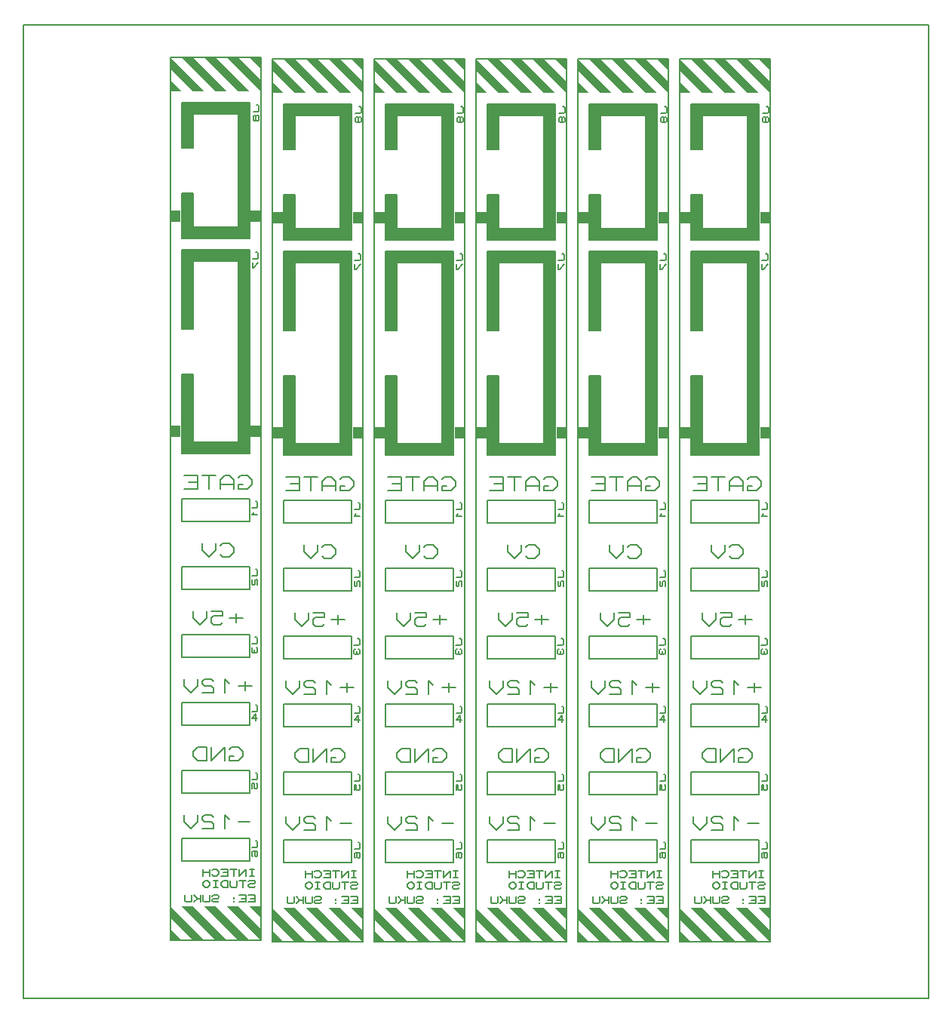
<source format=gbo>
G04 PROTEUS RS274X GERBER FILE*
%FSLAX45Y45*%
%MOMM*%
G01*
%ADD13C,0.203200*%
G36*
X-3308294Y+6241412D02*
X-3181294Y+6241412D01*
X-3181294Y+6622412D01*
X-2673294Y+6622412D01*
X-2673294Y+5352412D01*
X-3181294Y+5352412D01*
X-3181294Y+5733412D01*
X-3308294Y+5733412D01*
X-3308294Y+5225412D01*
X-2546294Y+5225412D01*
X-2546294Y+6749412D01*
X-3308294Y+6749412D01*
X-3308294Y+6241412D01*
G37*
G36*
X-3308294Y+4209412D02*
X-3181294Y+4209412D01*
X-3181294Y+4971412D01*
X-2673294Y+4971412D01*
X-2673294Y+2939412D01*
X-3181294Y+2939412D01*
X-3181294Y+3701412D01*
X-3308294Y+3701412D01*
X-3308294Y+2812412D01*
X-2546294Y+2812412D01*
X-2546294Y+5098412D01*
X-3308294Y+5098412D01*
X-3308294Y+4209412D01*
G37*
G36*
X-3435294Y+5415912D02*
X-3435294Y+5542912D01*
X-3320995Y+5542912D01*
X-3320995Y+5415912D01*
X-3435294Y+5415912D01*
G37*
G36*
X-2533594Y+5415912D02*
X-2533594Y+5542912D01*
X-2419295Y+5542912D01*
X-2419295Y+5415912D01*
X-2533594Y+5415912D01*
G37*
G36*
X-3435294Y+3002912D02*
X-3435294Y+3129912D01*
X-3320995Y+3129912D01*
X-3320995Y+3002912D01*
X-3435294Y+3002912D01*
G37*
G36*
X-2533594Y+3002912D02*
X-2533594Y+3129912D01*
X-2419295Y+3129912D01*
X-2419295Y+3002912D01*
X-2533594Y+3002912D01*
G37*
G36*
X-2419294Y-2394588D02*
X-2419294Y-2267588D01*
X-2546294Y-2267588D01*
X-2419294Y-2394588D01*
G37*
G36*
X-2419294Y-2521588D02*
X-2673294Y-2267588D01*
X-2800294Y-2267588D01*
X-2419294Y-2648588D01*
X-2419294Y-2521588D01*
G37*
G36*
X-2546294Y-2648588D02*
X-2927294Y-2267588D01*
X-3054294Y-2267588D01*
X-2673294Y-2648588D01*
X-2546294Y-2648588D01*
G37*
G36*
X-3435294Y-2521588D02*
X-3435294Y-2648588D01*
X-3308294Y-2648588D01*
X-3435294Y-2521588D01*
G37*
G36*
X-3435294Y-2394588D02*
X-3181294Y-2648588D01*
X-3054294Y-2648588D01*
X-3435294Y-2267588D01*
X-3435294Y-2394588D01*
G37*
G36*
X-3308294Y-2267588D02*
X-2927294Y-2648588D01*
X-2800294Y-2648588D01*
X-3181294Y-2267588D01*
X-3308294Y-2267588D01*
G37*
G36*
X-2419294Y+7130412D02*
X-2419294Y+7257412D01*
X-2546294Y+7257412D01*
X-2419294Y+7130412D01*
G37*
G36*
X-2419294Y+7003412D02*
X-2673294Y+7257412D01*
X-2800294Y+7257412D01*
X-2419294Y+6876412D01*
X-2419294Y+7003412D01*
G37*
G36*
X-2546294Y+6876412D02*
X-2927294Y+7257412D01*
X-3054294Y+7257412D01*
X-2673294Y+6876412D01*
X-2546294Y+6876412D01*
G37*
G36*
X-3435294Y+7003412D02*
X-3435294Y+6876412D01*
X-3308294Y+6876412D01*
X-3435294Y+7003412D01*
G37*
G36*
X-3435294Y+7130412D02*
X-3181294Y+6876412D01*
X-3054294Y+6876412D01*
X-3435294Y+7257412D01*
X-3435294Y+7130412D01*
G37*
G36*
X-3308294Y+7257412D02*
X-2927294Y+6876412D01*
X-2800294Y+6876412D01*
X-3181294Y+7257412D01*
X-3308294Y+7257412D01*
G37*
G36*
X-2159000Y+6223000D02*
X-2032000Y+6223000D01*
X-2032000Y+6604000D01*
X-1524000Y+6604000D01*
X-1524000Y+5334000D01*
X-2032000Y+5334000D01*
X-2032000Y+5715000D01*
X-2159000Y+5715000D01*
X-2159000Y+5207000D01*
X-1397000Y+5207000D01*
X-1397000Y+6731000D01*
X-2159000Y+6731000D01*
X-2159000Y+6223000D01*
G37*
G36*
X-2159000Y+4191000D02*
X-2032000Y+4191000D01*
X-2032000Y+4953000D01*
X-1524000Y+4953000D01*
X-1524000Y+2921000D01*
X-2032000Y+2921000D01*
X-2032000Y+3683000D01*
X-2159000Y+3683000D01*
X-2159000Y+2794000D01*
X-1397000Y+2794000D01*
X-1397000Y+5080000D01*
X-2159000Y+5080000D01*
X-2159000Y+4191000D01*
G37*
G36*
X-2286000Y+5397500D02*
X-2286000Y+5524500D01*
X-2171701Y+5524500D01*
X-2171701Y+5397500D01*
X-2286000Y+5397500D01*
G37*
G36*
X-1384300Y+5397500D02*
X-1384300Y+5524500D01*
X-1270001Y+5524500D01*
X-1270001Y+5397500D01*
X-1384300Y+5397500D01*
G37*
G36*
X-2286000Y+2984500D02*
X-2286000Y+3111500D01*
X-2171701Y+3111500D01*
X-2171701Y+2984500D01*
X-2286000Y+2984500D01*
G37*
G36*
X-1384300Y+2984500D02*
X-1384300Y+3111500D01*
X-1270001Y+3111500D01*
X-1270001Y+2984500D01*
X-1384300Y+2984500D01*
G37*
G36*
X-1270000Y-2413000D02*
X-1270000Y-2286000D01*
X-1397000Y-2286000D01*
X-1270000Y-2413000D01*
G37*
G36*
X-1270000Y-2540000D02*
X-1524000Y-2286000D01*
X-1651000Y-2286000D01*
X-1270000Y-2667000D01*
X-1270000Y-2540000D01*
G37*
G36*
X-1397000Y-2667000D02*
X-1778000Y-2286000D01*
X-1905000Y-2286000D01*
X-1524000Y-2667000D01*
X-1397000Y-2667000D01*
G37*
G36*
X-2286000Y-2540000D02*
X-2286000Y-2667000D01*
X-2159000Y-2667000D01*
X-2286000Y-2540000D01*
G37*
G36*
X-2286000Y-2413000D02*
X-2032000Y-2667000D01*
X-1905000Y-2667000D01*
X-2286000Y-2286000D01*
X-2286000Y-2413000D01*
G37*
G36*
X-2159000Y-2286000D02*
X-1778000Y-2667000D01*
X-1651000Y-2667000D01*
X-2032000Y-2286000D01*
X-2159000Y-2286000D01*
G37*
G36*
X-1270000Y+7112000D02*
X-1270000Y+7239000D01*
X-1397000Y+7239000D01*
X-1270000Y+7112000D01*
G37*
G36*
X-1270000Y+6985000D02*
X-1524000Y+7239000D01*
X-1651000Y+7239000D01*
X-1270000Y+6858000D01*
X-1270000Y+6985000D01*
G37*
G36*
X-1397000Y+6858000D02*
X-1778000Y+7239000D01*
X-1905000Y+7239000D01*
X-1524000Y+6858000D01*
X-1397000Y+6858000D01*
G37*
G36*
X-2286000Y+6985000D02*
X-2286000Y+6858000D01*
X-2159000Y+6858000D01*
X-2286000Y+6985000D01*
G37*
G36*
X-2286000Y+7112000D02*
X-2032000Y+6858000D01*
X-1905000Y+6858000D01*
X-2286000Y+7239000D01*
X-2286000Y+7112000D01*
G37*
G36*
X-2159000Y+7239000D02*
X-1778000Y+6858000D01*
X-1651000Y+6858000D01*
X-2032000Y+7239000D01*
X-2159000Y+7239000D01*
G37*
G36*
X-1016000Y+6223000D02*
X-889000Y+6223000D01*
X-889000Y+6604000D01*
X-381000Y+6604000D01*
X-381000Y+5334000D01*
X-889000Y+5334000D01*
X-889000Y+5715000D01*
X-1016000Y+5715000D01*
X-1016000Y+5207000D01*
X-254000Y+5207000D01*
X-254000Y+6731000D01*
X-1016000Y+6731000D01*
X-1016000Y+6223000D01*
G37*
G36*
X-1016000Y+4191000D02*
X-889000Y+4191000D01*
X-889000Y+4953000D01*
X-381000Y+4953000D01*
X-381000Y+2921000D01*
X-889000Y+2921000D01*
X-889000Y+3683000D01*
X-1016000Y+3683000D01*
X-1016000Y+2794000D01*
X-254000Y+2794000D01*
X-254000Y+5080000D01*
X-1016000Y+5080000D01*
X-1016000Y+4191000D01*
G37*
G36*
X-1143000Y+5397500D02*
X-1143000Y+5524500D01*
X-1028701Y+5524500D01*
X-1028701Y+5397500D01*
X-1143000Y+5397500D01*
G37*
G36*
X-241300Y+5397500D02*
X-241300Y+5524500D01*
X-127001Y+5524500D01*
X-127001Y+5397500D01*
X-241300Y+5397500D01*
G37*
G36*
X-1143000Y+2984500D02*
X-1143000Y+3111500D01*
X-1028701Y+3111500D01*
X-1028701Y+2984500D01*
X-1143000Y+2984500D01*
G37*
G36*
X-241300Y+2984500D02*
X-241300Y+3111500D01*
X-127001Y+3111500D01*
X-127001Y+2984500D01*
X-241300Y+2984500D01*
G37*
G36*
X-127000Y-2413000D02*
X-127000Y-2286000D01*
X-254000Y-2286000D01*
X-127000Y-2413000D01*
G37*
G36*
X-127000Y-2540000D02*
X-381000Y-2286000D01*
X-508000Y-2286000D01*
X-127000Y-2667000D01*
X-127000Y-2540000D01*
G37*
G36*
X-254000Y-2667000D02*
X-635000Y-2286000D01*
X-762000Y-2286000D01*
X-381000Y-2667000D01*
X-254000Y-2667000D01*
G37*
G36*
X-1143000Y-2540000D02*
X-1143000Y-2667000D01*
X-1016000Y-2667000D01*
X-1143000Y-2540000D01*
G37*
G36*
X-1143000Y-2413000D02*
X-889000Y-2667000D01*
X-762000Y-2667000D01*
X-1143000Y-2286000D01*
X-1143000Y-2413000D01*
G37*
G36*
X-1016000Y-2286000D02*
X-635000Y-2667000D01*
X-508000Y-2667000D01*
X-889000Y-2286000D01*
X-1016000Y-2286000D01*
G37*
G36*
X-127000Y+7112000D02*
X-127000Y+7239000D01*
X-254000Y+7239000D01*
X-127000Y+7112000D01*
G37*
G36*
X-127000Y+6985000D02*
X-381000Y+7239000D01*
X-508000Y+7239000D01*
X-127000Y+6858000D01*
X-127000Y+6985000D01*
G37*
G36*
X-254000Y+6858000D02*
X-635000Y+7239000D01*
X-762000Y+7239000D01*
X-381000Y+6858000D01*
X-254000Y+6858000D01*
G37*
G36*
X-1143000Y+6985000D02*
X-1143000Y+6858000D01*
X-1016000Y+6858000D01*
X-1143000Y+6985000D01*
G37*
G36*
X-1143000Y+7112000D02*
X-889000Y+6858000D01*
X-762000Y+6858000D01*
X-1143000Y+7239000D01*
X-1143000Y+7112000D01*
G37*
G36*
X-1016000Y+7239000D02*
X-635000Y+6858000D01*
X-508000Y+6858000D01*
X-889000Y+7239000D01*
X-1016000Y+7239000D01*
G37*
G36*
X+127000Y+6223000D02*
X+254000Y+6223000D01*
X+254000Y+6604000D01*
X+762000Y+6604000D01*
X+762000Y+5334000D01*
X+254000Y+5334000D01*
X+254000Y+5715000D01*
X+127000Y+5715000D01*
X+127000Y+5207000D01*
X+889000Y+5207000D01*
X+889000Y+6731000D01*
X+127000Y+6731000D01*
X+127000Y+6223000D01*
G37*
G36*
X+127000Y+4191000D02*
X+254000Y+4191000D01*
X+254000Y+4953000D01*
X+762000Y+4953000D01*
X+762000Y+2921000D01*
X+254000Y+2921000D01*
X+254000Y+3683000D01*
X+127000Y+3683000D01*
X+127000Y+2794000D01*
X+889000Y+2794000D01*
X+889000Y+5080000D01*
X+127000Y+5080000D01*
X+127000Y+4191000D01*
G37*
G36*
X+0Y+5397500D02*
X+0Y+5524500D01*
X+114299Y+5524500D01*
X+114299Y+5397500D01*
X+0Y+5397500D01*
G37*
G36*
X+901700Y+5397500D02*
X+901700Y+5524500D01*
X+1015999Y+5524500D01*
X+1015999Y+5397500D01*
X+901700Y+5397500D01*
G37*
G36*
X+0Y+2984500D02*
X+0Y+3111500D01*
X+114299Y+3111500D01*
X+114299Y+2984500D01*
X+0Y+2984500D01*
G37*
G36*
X+901700Y+2984500D02*
X+901700Y+3111500D01*
X+1015999Y+3111500D01*
X+1015999Y+2984500D01*
X+901700Y+2984500D01*
G37*
G36*
X+1016000Y-2413000D02*
X+1016000Y-2286000D01*
X+889000Y-2286000D01*
X+1016000Y-2413000D01*
G37*
G36*
X+1016000Y-2540000D02*
X+762000Y-2286000D01*
X+635000Y-2286000D01*
X+1016000Y-2667000D01*
X+1016000Y-2540000D01*
G37*
G36*
X+889000Y-2667000D02*
X+508000Y-2286000D01*
X+381000Y-2286000D01*
X+762000Y-2667000D01*
X+889000Y-2667000D01*
G37*
G36*
X+0Y-2540000D02*
X+0Y-2667000D01*
X+127000Y-2667000D01*
X+0Y-2540000D01*
G37*
G36*
X+0Y-2413000D02*
X+254000Y-2667000D01*
X+381000Y-2667000D01*
X+0Y-2286000D01*
X+0Y-2413000D01*
G37*
G36*
X+127000Y-2286000D02*
X+508000Y-2667000D01*
X+635000Y-2667000D01*
X+254000Y-2286000D01*
X+127000Y-2286000D01*
G37*
G36*
X+1016000Y+7112000D02*
X+1016000Y+7239000D01*
X+889000Y+7239000D01*
X+1016000Y+7112000D01*
G37*
G36*
X+1016000Y+6985000D02*
X+762000Y+7239000D01*
X+635000Y+7239000D01*
X+1016000Y+6858000D01*
X+1016000Y+6985000D01*
G37*
G36*
X+889000Y+6858000D02*
X+508000Y+7239000D01*
X+381000Y+7239000D01*
X+762000Y+6858000D01*
X+889000Y+6858000D01*
G37*
G36*
X+0Y+6985000D02*
X+0Y+6858000D01*
X+127000Y+6858000D01*
X+0Y+6985000D01*
G37*
G36*
X+0Y+7112000D02*
X+254000Y+6858000D01*
X+381000Y+6858000D01*
X+0Y+7239000D01*
X+0Y+7112000D01*
G37*
G36*
X+127000Y+7239000D02*
X+508000Y+6858000D01*
X+635000Y+6858000D01*
X+254000Y+7239000D01*
X+127000Y+7239000D01*
G37*
G36*
X+1270000Y+6223000D02*
X+1397000Y+6223000D01*
X+1397000Y+6604000D01*
X+1905000Y+6604000D01*
X+1905000Y+5334000D01*
X+1397000Y+5334000D01*
X+1397000Y+5715000D01*
X+1270000Y+5715000D01*
X+1270000Y+5207000D01*
X+2032000Y+5207000D01*
X+2032000Y+6731000D01*
X+1270000Y+6731000D01*
X+1270000Y+6223000D01*
G37*
G36*
X+1270000Y+4191000D02*
X+1397000Y+4191000D01*
X+1397000Y+4953000D01*
X+1905000Y+4953000D01*
X+1905000Y+2921000D01*
X+1397000Y+2921000D01*
X+1397000Y+3683000D01*
X+1270000Y+3683000D01*
X+1270000Y+2794000D01*
X+2032000Y+2794000D01*
X+2032000Y+5080000D01*
X+1270000Y+5080000D01*
X+1270000Y+4191000D01*
G37*
G36*
X+1143000Y+5397500D02*
X+1143000Y+5524500D01*
X+1257299Y+5524500D01*
X+1257299Y+5397500D01*
X+1143000Y+5397500D01*
G37*
G36*
X+2044700Y+5397500D02*
X+2044700Y+5524500D01*
X+2158999Y+5524500D01*
X+2158999Y+5397500D01*
X+2044700Y+5397500D01*
G37*
G36*
X+1143000Y+2984500D02*
X+1143000Y+3111500D01*
X+1257299Y+3111500D01*
X+1257299Y+2984500D01*
X+1143000Y+2984500D01*
G37*
G36*
X+2044700Y+2984500D02*
X+2044700Y+3111500D01*
X+2158999Y+3111500D01*
X+2158999Y+2984500D01*
X+2044700Y+2984500D01*
G37*
G36*
X+2159000Y-2413000D02*
X+2159000Y-2286000D01*
X+2032000Y-2286000D01*
X+2159000Y-2413000D01*
G37*
G36*
X+2159000Y-2540000D02*
X+1905000Y-2286000D01*
X+1778000Y-2286000D01*
X+2159000Y-2667000D01*
X+2159000Y-2540000D01*
G37*
G36*
X+2032000Y-2667000D02*
X+1651000Y-2286000D01*
X+1524000Y-2286000D01*
X+1905000Y-2667000D01*
X+2032000Y-2667000D01*
G37*
G36*
X+1143000Y-2540000D02*
X+1143000Y-2667000D01*
X+1270000Y-2667000D01*
X+1143000Y-2540000D01*
G37*
G36*
X+1143000Y-2413000D02*
X+1397000Y-2667000D01*
X+1524000Y-2667000D01*
X+1143000Y-2286000D01*
X+1143000Y-2413000D01*
G37*
G36*
X+1270000Y-2286000D02*
X+1651000Y-2667000D01*
X+1778000Y-2667000D01*
X+1397000Y-2286000D01*
X+1270000Y-2286000D01*
G37*
G36*
X+2159000Y+7112000D02*
X+2159000Y+7239000D01*
X+2032000Y+7239000D01*
X+2159000Y+7112000D01*
G37*
G36*
X+2159000Y+6985000D02*
X+1905000Y+7239000D01*
X+1778000Y+7239000D01*
X+2159000Y+6858000D01*
X+2159000Y+6985000D01*
G37*
G36*
X+2032000Y+6858000D02*
X+1651000Y+7239000D01*
X+1524000Y+7239000D01*
X+1905000Y+6858000D01*
X+2032000Y+6858000D01*
G37*
G36*
X+1143000Y+6985000D02*
X+1143000Y+6858000D01*
X+1270000Y+6858000D01*
X+1143000Y+6985000D01*
G37*
G36*
X+1143000Y+7112000D02*
X+1397000Y+6858000D01*
X+1524000Y+6858000D01*
X+1143000Y+7239000D01*
X+1143000Y+7112000D01*
G37*
G36*
X+1270000Y+7239000D02*
X+1651000Y+6858000D01*
X+1778000Y+6858000D01*
X+1397000Y+7239000D01*
X+1270000Y+7239000D01*
G37*
G36*
X+2413000Y+6223000D02*
X+2540000Y+6223000D01*
X+2540000Y+6604000D01*
X+3048000Y+6604000D01*
X+3048000Y+5334000D01*
X+2540000Y+5334000D01*
X+2540000Y+5715000D01*
X+2413000Y+5715000D01*
X+2413000Y+5207000D01*
X+3175000Y+5207000D01*
X+3175000Y+6731000D01*
X+2413000Y+6731000D01*
X+2413000Y+6223000D01*
G37*
G36*
X+2413000Y+4191000D02*
X+2540000Y+4191000D01*
X+2540000Y+4953000D01*
X+3048000Y+4953000D01*
X+3048000Y+2921000D01*
X+2540000Y+2921000D01*
X+2540000Y+3683000D01*
X+2413000Y+3683000D01*
X+2413000Y+2794000D01*
X+3175000Y+2794000D01*
X+3175000Y+5080000D01*
X+2413000Y+5080000D01*
X+2413000Y+4191000D01*
G37*
G36*
X+2286000Y+5397500D02*
X+2286000Y+5524500D01*
X+2400299Y+5524500D01*
X+2400299Y+5397500D01*
X+2286000Y+5397500D01*
G37*
G36*
X+3187700Y+5397500D02*
X+3187700Y+5524500D01*
X+3301999Y+5524500D01*
X+3301999Y+5397500D01*
X+3187700Y+5397500D01*
G37*
G36*
X+2286000Y+2984500D02*
X+2286000Y+3111500D01*
X+2400299Y+3111500D01*
X+2400299Y+2984500D01*
X+2286000Y+2984500D01*
G37*
G36*
X+3187700Y+2984500D02*
X+3187700Y+3111500D01*
X+3301999Y+3111500D01*
X+3301999Y+2984500D01*
X+3187700Y+2984500D01*
G37*
G36*
X+3302000Y-2413000D02*
X+3302000Y-2286000D01*
X+3175000Y-2286000D01*
X+3302000Y-2413000D01*
G37*
G36*
X+3302000Y-2540000D02*
X+3048000Y-2286000D01*
X+2921000Y-2286000D01*
X+3302000Y-2667000D01*
X+3302000Y-2540000D01*
G37*
G36*
X+3175000Y-2667000D02*
X+2794000Y-2286000D01*
X+2667000Y-2286000D01*
X+3048000Y-2667000D01*
X+3175000Y-2667000D01*
G37*
G36*
X+2286000Y-2540000D02*
X+2286000Y-2667000D01*
X+2413000Y-2667000D01*
X+2286000Y-2540000D01*
G37*
G36*
X+2286000Y-2413000D02*
X+2540000Y-2667000D01*
X+2667000Y-2667000D01*
X+2286000Y-2286000D01*
X+2286000Y-2413000D01*
G37*
G36*
X+2413000Y-2286000D02*
X+2794000Y-2667000D01*
X+2921000Y-2667000D01*
X+2540000Y-2286000D01*
X+2413000Y-2286000D01*
G37*
G36*
X+3302000Y+7112000D02*
X+3302000Y+7239000D01*
X+3175000Y+7239000D01*
X+3302000Y+7112000D01*
G37*
G36*
X+3302000Y+6985000D02*
X+3048000Y+7239000D01*
X+2921000Y+7239000D01*
X+3302000Y+6858000D01*
X+3302000Y+6985000D01*
G37*
G36*
X+3175000Y+6858000D02*
X+2794000Y+7239000D01*
X+2667000Y+7239000D01*
X+3048000Y+6858000D01*
X+3175000Y+6858000D01*
G37*
G36*
X+2286000Y+6985000D02*
X+2286000Y+6858000D01*
X+2413000Y+6858000D01*
X+2286000Y+6985000D01*
G37*
G36*
X+2286000Y+7112000D02*
X+2540000Y+6858000D01*
X+2667000Y+6858000D01*
X+2286000Y+7239000D01*
X+2286000Y+7112000D01*
G37*
G36*
X+2413000Y+7239000D02*
X+2794000Y+6858000D01*
X+2921000Y+6858000D01*
X+2540000Y+7239000D01*
X+2413000Y+7239000D01*
G37*
D13*
X-3435294Y-2648588D02*
X-2419294Y-2648588D01*
X-2419294Y+7257412D01*
X-3435294Y+7257412D01*
X-3435294Y-2648588D01*
X-3308294Y+6241412D02*
X-3181294Y+6241412D01*
X-3181294Y+6622412D01*
X-2673294Y+6622412D01*
X-2673294Y+5352412D01*
X-3181294Y+5352412D01*
X-3181294Y+5733412D01*
X-3308294Y+5733412D01*
X-3308294Y+5225412D01*
X-2546294Y+5225412D01*
X-2546294Y+6749412D01*
X-3308294Y+6749412D01*
X-3308294Y+6241412D01*
X-2462474Y+6724012D02*
X-2452314Y+6724012D01*
X-2442154Y+6711312D01*
X-2442154Y+6660512D01*
X-2452314Y+6647812D01*
X-2503114Y+6647812D01*
X-2472634Y+6597012D02*
X-2482794Y+6609712D01*
X-2492954Y+6609712D01*
X-2503114Y+6597012D01*
X-2503114Y+6558912D01*
X-2492954Y+6546212D01*
X-2482794Y+6546212D01*
X-2472634Y+6558912D01*
X-2472634Y+6597012D01*
X-2462474Y+6609712D01*
X-2452314Y+6609712D01*
X-2442154Y+6597012D01*
X-2442154Y+6558912D01*
X-2452314Y+6546212D01*
X-2462474Y+6546212D01*
X-2472634Y+6558912D01*
X-3308294Y+4209412D02*
X-3181294Y+4209412D01*
X-3181294Y+4971412D01*
X-2673294Y+4971412D01*
X-2673294Y+2939412D01*
X-3181294Y+2939412D01*
X-3181294Y+3701412D01*
X-3308294Y+3701412D01*
X-3308294Y+2812412D01*
X-2546294Y+2812412D01*
X-2546294Y+5098412D01*
X-3308294Y+5098412D01*
X-3308294Y+4209412D01*
X-2471391Y+5073012D02*
X-2461231Y+5073012D01*
X-2451071Y+5060312D01*
X-2451071Y+5009512D01*
X-2461231Y+4996812D01*
X-2512031Y+4996812D01*
X-2512031Y+4958712D02*
X-2512031Y+4895212D01*
X-2501871Y+4895212D01*
X-2451071Y+4958712D01*
X-3308294Y+2050412D02*
X-2546294Y+2050412D01*
X-2546294Y+2304412D01*
X-3308294Y+2304412D01*
X-3308294Y+2050412D01*
X-2475174Y+2279012D02*
X-2465014Y+2279012D01*
X-2454854Y+2266312D01*
X-2454854Y+2215512D01*
X-2465014Y+2202812D01*
X-2515814Y+2202812D01*
X-2495494Y+2152012D02*
X-2515814Y+2126612D01*
X-2454854Y+2126612D01*
X-3308294Y+1288412D02*
X-2546294Y+1288412D01*
X-2546294Y+1542412D01*
X-3308294Y+1542412D01*
X-3308294Y+1288412D01*
X-2475174Y+1517012D02*
X-2465014Y+1517012D01*
X-2454854Y+1504312D01*
X-2454854Y+1453512D01*
X-2465014Y+1440812D01*
X-2515814Y+1440812D01*
X-2505654Y+1402712D02*
X-2515814Y+1390012D01*
X-2515814Y+1351912D01*
X-2505654Y+1339212D01*
X-2495494Y+1339212D01*
X-2485334Y+1351912D01*
X-2485334Y+1390012D01*
X-2475174Y+1402712D01*
X-2454854Y+1402712D01*
X-2454854Y+1339212D01*
X-3308294Y+526412D02*
X-2546294Y+526412D01*
X-2546294Y+780412D01*
X-3308294Y+780412D01*
X-3308294Y+526412D01*
X-2478938Y+755012D02*
X-2468778Y+755012D01*
X-2458618Y+742312D01*
X-2458618Y+691512D01*
X-2468778Y+678812D01*
X-2519578Y+678812D01*
X-2509418Y+640712D02*
X-2519578Y+628012D01*
X-2519578Y+589912D01*
X-2509418Y+577212D01*
X-2499258Y+577212D01*
X-2489098Y+589912D01*
X-2478938Y+577212D01*
X-2468778Y+577212D01*
X-2458618Y+589912D01*
X-2458618Y+628012D01*
X-2468778Y+640712D01*
X-2489098Y+615312D02*
X-2489098Y+589912D01*
X-3308294Y-235588D02*
X-2546294Y-235588D01*
X-2546294Y+18412D01*
X-3308294Y+18412D01*
X-3308294Y-235588D01*
X-2475174Y-6988D02*
X-2465014Y-6988D01*
X-2454854Y-19688D01*
X-2454854Y-70488D01*
X-2465014Y-83188D01*
X-2515814Y-83188D01*
X-2475174Y-184788D02*
X-2475174Y-108588D01*
X-2515814Y-159388D01*
X-2454854Y-159388D01*
X-3308294Y-997588D02*
X-2546294Y-997588D01*
X-2546294Y-743588D01*
X-3308294Y-743588D01*
X-3308294Y-997588D01*
X-2475174Y-768988D02*
X-2465014Y-768988D01*
X-2454854Y-781688D01*
X-2454854Y-832488D01*
X-2465014Y-845188D01*
X-2515814Y-845188D01*
X-2515814Y-946788D02*
X-2515814Y-883288D01*
X-2495494Y-883288D01*
X-2495494Y-934088D01*
X-2485334Y-946788D01*
X-2465014Y-946788D01*
X-2454854Y-934088D01*
X-2454854Y-895988D01*
X-2465014Y-883288D01*
X-3308294Y-1759588D02*
X-2546294Y-1759588D01*
X-2546294Y-1505588D01*
X-3308294Y-1505588D01*
X-3308294Y-1759588D01*
X-2475174Y-1530988D02*
X-2465014Y-1530988D01*
X-2454854Y-1543688D01*
X-2454854Y-1594488D01*
X-2465014Y-1607188D01*
X-2515814Y-1607188D01*
X-2505654Y-1708788D02*
X-2515814Y-1696088D01*
X-2515814Y-1657988D01*
X-2505654Y-1645288D01*
X-2465014Y-1645288D01*
X-2454854Y-1657988D01*
X-2454854Y-1696088D01*
X-2465014Y-1708788D01*
X-2475174Y-1708788D01*
X-2485334Y-1696088D01*
X-2485334Y-1645288D01*
X-2622494Y+2469512D02*
X-2673294Y+2469512D01*
X-2673294Y+2418712D01*
X-2571694Y+2418712D01*
X-2520894Y+2469512D01*
X-2520894Y+2520312D01*
X-2571694Y+2571112D01*
X-2647894Y+2571112D01*
X-2673294Y+2545712D01*
X-2724094Y+2418712D02*
X-2724094Y+2520312D01*
X-2774894Y+2571112D01*
X-2825694Y+2571112D01*
X-2876494Y+2520312D01*
X-2876494Y+2418712D01*
X-2724094Y+2469512D02*
X-2876494Y+2469512D01*
X-2927294Y+2571112D02*
X-3079694Y+2571112D01*
X-3003494Y+2571112D02*
X-3003494Y+2418712D01*
X-3282894Y+2418712D02*
X-3130494Y+2418712D01*
X-3130494Y+2571112D01*
X-3282894Y+2571112D01*
X-3130494Y+2494912D02*
X-3232094Y+2494912D01*
X-2876494Y+1682112D02*
X-2851094Y+1656712D01*
X-2774894Y+1656712D01*
X-2724094Y+1707512D01*
X-2724094Y+1758312D01*
X-2774894Y+1809112D01*
X-2851094Y+1809112D01*
X-2876494Y+1783712D01*
X-2927294Y+1809112D02*
X-2927294Y+1732912D01*
X-3003494Y+1656712D01*
X-3079694Y+1732912D01*
X-3079694Y+1809112D01*
X-2622494Y+970912D02*
X-2774894Y+970912D01*
X-2698694Y+1021712D02*
X-2698694Y+920112D01*
X-2978094Y+1047112D02*
X-2851094Y+1047112D01*
X-2851094Y+996312D01*
X-2952694Y+996312D01*
X-2978094Y+970912D01*
X-2978094Y+920112D01*
X-2952694Y+894712D01*
X-2876494Y+894712D01*
X-2851094Y+920112D01*
X-3028894Y+1047112D02*
X-3028894Y+970912D01*
X-3105094Y+894712D01*
X-3181294Y+970912D01*
X-3181294Y+1047112D01*
X-2520894Y+208912D02*
X-2673294Y+208912D01*
X-2597094Y+259712D02*
X-2597094Y+158112D01*
X-2774894Y+234312D02*
X-2825694Y+285112D01*
X-2825694Y+132712D01*
X-2952694Y+259712D02*
X-2978094Y+285112D01*
X-3054294Y+285112D01*
X-3079694Y+259712D01*
X-3079694Y+234312D01*
X-3054294Y+208912D01*
X-2978094Y+208912D01*
X-2952694Y+183512D01*
X-2952694Y+132712D01*
X-3079694Y+132712D01*
X-3130494Y+285112D02*
X-3130494Y+208912D01*
X-3206694Y+132712D01*
X-3282894Y+208912D01*
X-3282894Y+285112D01*
X-2724094Y-578488D02*
X-2774894Y-578488D01*
X-2774894Y-629288D01*
X-2673294Y-629288D01*
X-2622494Y-578488D01*
X-2622494Y-527688D01*
X-2673294Y-476888D01*
X-2749494Y-476888D01*
X-2774894Y-502288D01*
X-2825694Y-629288D02*
X-2825694Y-476888D01*
X-2978094Y-629288D01*
X-2978094Y-476888D01*
X-3028894Y-629288D02*
X-3028894Y-476888D01*
X-3130494Y-476888D01*
X-3181294Y-527688D01*
X-3181294Y-578488D01*
X-3130494Y-629288D01*
X-3028894Y-629288D01*
X-2546294Y-1315088D02*
X-2673294Y-1315088D01*
X-2774894Y-1289688D02*
X-2825694Y-1238888D01*
X-2825694Y-1391288D01*
X-2952694Y-1264288D02*
X-2978094Y-1238888D01*
X-3054294Y-1238888D01*
X-3079694Y-1264288D01*
X-3079694Y-1289688D01*
X-3054294Y-1315088D01*
X-2978094Y-1315088D01*
X-2952694Y-1340488D01*
X-2952694Y-1391288D01*
X-3079694Y-1391288D01*
X-3130494Y-1238888D02*
X-3130494Y-1315088D01*
X-3206694Y-1391288D01*
X-3282894Y-1315088D01*
X-3282894Y-1238888D01*
X-2558994Y-2216788D02*
X-2482794Y-2216788D01*
X-2482794Y-2140588D01*
X-2558994Y-2140588D01*
X-2482794Y-2178688D02*
X-2533594Y-2178688D01*
X-2660594Y-2216788D02*
X-2584394Y-2216788D01*
X-2584394Y-2140588D01*
X-2660594Y-2140588D01*
X-2584394Y-2178688D02*
X-2635194Y-2178688D01*
X-2724094Y-2165988D02*
X-2724094Y-2178688D01*
X-2724094Y-2204088D02*
X-2724094Y-2216788D01*
X-2889194Y-2204088D02*
X-2901894Y-2216788D01*
X-2952694Y-2216788D01*
X-2965394Y-2204088D01*
X-2965394Y-2191388D01*
X-2952694Y-2178688D01*
X-2901894Y-2178688D01*
X-2889194Y-2165988D01*
X-2889194Y-2153288D01*
X-2901894Y-2140588D01*
X-2952694Y-2140588D01*
X-2965394Y-2153288D01*
X-2990794Y-2140588D02*
X-2990794Y-2204088D01*
X-3003494Y-2216788D01*
X-3054294Y-2216788D01*
X-3066994Y-2204088D01*
X-3066994Y-2140588D01*
X-3092394Y-2140588D02*
X-3092394Y-2216788D01*
X-3168594Y-2140588D02*
X-3130494Y-2178688D01*
X-3168594Y-2216788D01*
X-3092394Y-2178688D02*
X-3130494Y-2178688D01*
X-3193994Y-2140588D02*
X-3193994Y-2204088D01*
X-3206694Y-2216788D01*
X-3257494Y-2216788D01*
X-3270194Y-2204088D01*
X-3270194Y-2140588D01*
X-2495494Y-1848488D02*
X-2546294Y-1848488D01*
X-2520894Y-1848488D02*
X-2520894Y-1924688D01*
X-2495494Y-1924688D02*
X-2546294Y-1924688D01*
X-2584394Y-1924688D02*
X-2584394Y-1848488D01*
X-2660594Y-1924688D01*
X-2660594Y-1848488D01*
X-2685994Y-1848488D02*
X-2762194Y-1848488D01*
X-2724094Y-1848488D02*
X-2724094Y-1924688D01*
X-2863794Y-1924688D02*
X-2787594Y-1924688D01*
X-2787594Y-1848488D01*
X-2863794Y-1848488D01*
X-2787594Y-1886588D02*
X-2838394Y-1886588D01*
X-2965394Y-1911988D02*
X-2952694Y-1924688D01*
X-2914594Y-1924688D01*
X-2889194Y-1899288D01*
X-2889194Y-1873888D01*
X-2914594Y-1848488D01*
X-2952694Y-1848488D01*
X-2965394Y-1861188D01*
X-2990794Y-1924688D02*
X-2990794Y-1848488D01*
X-3066994Y-1848488D02*
X-3066994Y-1924688D01*
X-2990794Y-1886588D02*
X-3066994Y-1886588D01*
X-2482794Y-2038988D02*
X-2495494Y-2051688D01*
X-2546294Y-2051688D01*
X-2558994Y-2038988D01*
X-2558994Y-2026288D01*
X-2546294Y-2013588D01*
X-2495494Y-2013588D01*
X-2482794Y-2000888D01*
X-2482794Y-1988188D01*
X-2495494Y-1975488D01*
X-2546294Y-1975488D01*
X-2558994Y-1988188D01*
X-2584394Y-1975488D02*
X-2660594Y-1975488D01*
X-2622494Y-1975488D02*
X-2622494Y-2051688D01*
X-2685994Y-1975488D02*
X-2685994Y-2038988D01*
X-2698694Y-2051688D01*
X-2749494Y-2051688D01*
X-2762194Y-2038988D01*
X-2762194Y-1975488D01*
X-2787594Y-2051688D02*
X-2787594Y-1975488D01*
X-2838394Y-1975488D01*
X-2863794Y-2000888D01*
X-2863794Y-2026288D01*
X-2838394Y-2051688D01*
X-2787594Y-2051688D01*
X-2901894Y-1975488D02*
X-2952694Y-1975488D01*
X-2927294Y-1975488D02*
X-2927294Y-2051688D01*
X-2901894Y-2051688D02*
X-2952694Y-2051688D01*
X-2990794Y-2000888D02*
X-3016194Y-1975488D01*
X-3041594Y-1975488D01*
X-3066994Y-2000888D01*
X-3066994Y-2026288D01*
X-3041594Y-2051688D01*
X-3016194Y-2051688D01*
X-2990794Y-2026288D01*
X-2990794Y-2000888D01*
X-2990794Y-2000888D01*
X-2286000Y-2667000D02*
X-1270000Y-2667000D01*
X-1270000Y+7239000D01*
X-2286000Y+7239000D01*
X-2286000Y-2667000D01*
X-2159000Y+6223000D02*
X-2032000Y+6223000D01*
X-2032000Y+6604000D01*
X-1524000Y+6604000D01*
X-1524000Y+5334000D01*
X-2032000Y+5334000D01*
X-2032000Y+5715000D01*
X-2159000Y+5715000D01*
X-2159000Y+5207000D01*
X-1397000Y+5207000D01*
X-1397000Y+6731000D01*
X-2159000Y+6731000D01*
X-2159000Y+6223000D01*
X-1313180Y+6705600D02*
X-1303020Y+6705600D01*
X-1292860Y+6692900D01*
X-1292860Y+6642100D01*
X-1303020Y+6629400D01*
X-1353820Y+6629400D01*
X-1323340Y+6578600D02*
X-1333500Y+6591300D01*
X-1343660Y+6591300D01*
X-1353820Y+6578600D01*
X-1353820Y+6540500D01*
X-1343660Y+6527800D01*
X-1333500Y+6527800D01*
X-1323340Y+6540500D01*
X-1323340Y+6578600D01*
X-1313180Y+6591300D01*
X-1303020Y+6591300D01*
X-1292860Y+6578600D01*
X-1292860Y+6540500D01*
X-1303020Y+6527800D01*
X-1313180Y+6527800D01*
X-1323340Y+6540500D01*
X-2159000Y+4191000D02*
X-2032000Y+4191000D01*
X-2032000Y+4953000D01*
X-1524000Y+4953000D01*
X-1524000Y+2921000D01*
X-2032000Y+2921000D01*
X-2032000Y+3683000D01*
X-2159000Y+3683000D01*
X-2159000Y+2794000D01*
X-1397000Y+2794000D01*
X-1397000Y+5080000D01*
X-2159000Y+5080000D01*
X-2159000Y+4191000D01*
X-1322097Y+5054600D02*
X-1311937Y+5054600D01*
X-1301777Y+5041900D01*
X-1301777Y+4991100D01*
X-1311937Y+4978400D01*
X-1362737Y+4978400D01*
X-1362737Y+4940300D02*
X-1362737Y+4876800D01*
X-1352577Y+4876800D01*
X-1301777Y+4940300D01*
X-2159000Y+2032000D02*
X-1397000Y+2032000D01*
X-1397000Y+2286000D01*
X-2159000Y+2286000D01*
X-2159000Y+2032000D01*
X-1325880Y+2260600D02*
X-1315720Y+2260600D01*
X-1305560Y+2247900D01*
X-1305560Y+2197100D01*
X-1315720Y+2184400D01*
X-1366520Y+2184400D01*
X-1346200Y+2133600D02*
X-1366520Y+2108200D01*
X-1305560Y+2108200D01*
X-2159000Y+1270000D02*
X-1397000Y+1270000D01*
X-1397000Y+1524000D01*
X-2159000Y+1524000D01*
X-2159000Y+1270000D01*
X-1325880Y+1498600D02*
X-1315720Y+1498600D01*
X-1305560Y+1485900D01*
X-1305560Y+1435100D01*
X-1315720Y+1422400D01*
X-1366520Y+1422400D01*
X-1356360Y+1384300D02*
X-1366520Y+1371600D01*
X-1366520Y+1333500D01*
X-1356360Y+1320800D01*
X-1346200Y+1320800D01*
X-1336040Y+1333500D01*
X-1336040Y+1371600D01*
X-1325880Y+1384300D01*
X-1305560Y+1384300D01*
X-1305560Y+1320800D01*
X-2159000Y+508000D02*
X-1397000Y+508000D01*
X-1397000Y+762000D01*
X-2159000Y+762000D01*
X-2159000Y+508000D01*
X-1329644Y+736600D02*
X-1319484Y+736600D01*
X-1309324Y+723900D01*
X-1309324Y+673100D01*
X-1319484Y+660400D01*
X-1370284Y+660400D01*
X-1360124Y+622300D02*
X-1370284Y+609600D01*
X-1370284Y+571500D01*
X-1360124Y+558800D01*
X-1349964Y+558800D01*
X-1339804Y+571500D01*
X-1329644Y+558800D01*
X-1319484Y+558800D01*
X-1309324Y+571500D01*
X-1309324Y+609600D01*
X-1319484Y+622300D01*
X-1339804Y+596900D02*
X-1339804Y+571500D01*
X-2159000Y-254000D02*
X-1397000Y-254000D01*
X-1397000Y+0D01*
X-2159000Y+0D01*
X-2159000Y-254000D01*
X-1325880Y-25400D02*
X-1315720Y-25400D01*
X-1305560Y-38100D01*
X-1305560Y-88900D01*
X-1315720Y-101600D01*
X-1366520Y-101600D01*
X-1325880Y-203200D02*
X-1325880Y-127000D01*
X-1366520Y-177800D01*
X-1305560Y-177800D01*
X-2159000Y-1016000D02*
X-1397000Y-1016000D01*
X-1397000Y-762000D01*
X-2159000Y-762000D01*
X-2159000Y-1016000D01*
X-1325880Y-787400D02*
X-1315720Y-787400D01*
X-1305560Y-800100D01*
X-1305560Y-850900D01*
X-1315720Y-863600D01*
X-1366520Y-863600D01*
X-1366520Y-965200D02*
X-1366520Y-901700D01*
X-1346200Y-901700D01*
X-1346200Y-952500D01*
X-1336040Y-965200D01*
X-1315720Y-965200D01*
X-1305560Y-952500D01*
X-1305560Y-914400D01*
X-1315720Y-901700D01*
X-2159000Y-1778000D02*
X-1397000Y-1778000D01*
X-1397000Y-1524000D01*
X-2159000Y-1524000D01*
X-2159000Y-1778000D01*
X-1325880Y-1549400D02*
X-1315720Y-1549400D01*
X-1305560Y-1562100D01*
X-1305560Y-1612900D01*
X-1315720Y-1625600D01*
X-1366520Y-1625600D01*
X-1356360Y-1727200D02*
X-1366520Y-1714500D01*
X-1366520Y-1676400D01*
X-1356360Y-1663700D01*
X-1315720Y-1663700D01*
X-1305560Y-1676400D01*
X-1305560Y-1714500D01*
X-1315720Y-1727200D01*
X-1325880Y-1727200D01*
X-1336040Y-1714500D01*
X-1336040Y-1663700D01*
X-1473200Y+2451100D02*
X-1524000Y+2451100D01*
X-1524000Y+2400300D01*
X-1422400Y+2400300D01*
X-1371600Y+2451100D01*
X-1371600Y+2501900D01*
X-1422400Y+2552700D01*
X-1498600Y+2552700D01*
X-1524000Y+2527300D01*
X-1574800Y+2400300D02*
X-1574800Y+2501900D01*
X-1625600Y+2552700D01*
X-1676400Y+2552700D01*
X-1727200Y+2501900D01*
X-1727200Y+2400300D01*
X-1574800Y+2451100D02*
X-1727200Y+2451100D01*
X-1778000Y+2552700D02*
X-1930400Y+2552700D01*
X-1854200Y+2552700D02*
X-1854200Y+2400300D01*
X-2133600Y+2400300D02*
X-1981200Y+2400300D01*
X-1981200Y+2552700D01*
X-2133600Y+2552700D01*
X-1981200Y+2476500D02*
X-2082800Y+2476500D01*
X-1727200Y+1663700D02*
X-1701800Y+1638300D01*
X-1625600Y+1638300D01*
X-1574800Y+1689100D01*
X-1574800Y+1739900D01*
X-1625600Y+1790700D01*
X-1701800Y+1790700D01*
X-1727200Y+1765300D01*
X-1778000Y+1790700D02*
X-1778000Y+1714500D01*
X-1854200Y+1638300D01*
X-1930400Y+1714500D01*
X-1930400Y+1790700D01*
X-1473200Y+952500D02*
X-1625600Y+952500D01*
X-1549400Y+1003300D02*
X-1549400Y+901700D01*
X-1828800Y+1028700D02*
X-1701800Y+1028700D01*
X-1701800Y+977900D01*
X-1803400Y+977900D01*
X-1828800Y+952500D01*
X-1828800Y+901700D01*
X-1803400Y+876300D01*
X-1727200Y+876300D01*
X-1701800Y+901700D01*
X-1879600Y+1028700D02*
X-1879600Y+952500D01*
X-1955800Y+876300D01*
X-2032000Y+952500D01*
X-2032000Y+1028700D01*
X-1371600Y+190500D02*
X-1524000Y+190500D01*
X-1447800Y+241300D02*
X-1447800Y+139700D01*
X-1625600Y+215900D02*
X-1676400Y+266700D01*
X-1676400Y+114300D01*
X-1803400Y+241300D02*
X-1828800Y+266700D01*
X-1905000Y+266700D01*
X-1930400Y+241300D01*
X-1930400Y+215900D01*
X-1905000Y+190500D01*
X-1828800Y+190500D01*
X-1803400Y+165100D01*
X-1803400Y+114300D01*
X-1930400Y+114300D01*
X-1981200Y+266700D02*
X-1981200Y+190500D01*
X-2057400Y+114300D01*
X-2133600Y+190500D01*
X-2133600Y+266700D01*
X-1574800Y-596900D02*
X-1625600Y-596900D01*
X-1625600Y-647700D01*
X-1524000Y-647700D01*
X-1473200Y-596900D01*
X-1473200Y-546100D01*
X-1524000Y-495300D01*
X-1600200Y-495300D01*
X-1625600Y-520700D01*
X-1676400Y-647700D02*
X-1676400Y-495300D01*
X-1828800Y-647700D01*
X-1828800Y-495300D01*
X-1879600Y-647700D02*
X-1879600Y-495300D01*
X-1981200Y-495300D01*
X-2032000Y-546100D01*
X-2032000Y-596900D01*
X-1981200Y-647700D01*
X-1879600Y-647700D01*
X-1397000Y-1333500D02*
X-1524000Y-1333500D01*
X-1625600Y-1308100D02*
X-1676400Y-1257300D01*
X-1676400Y-1409700D01*
X-1803400Y-1282700D02*
X-1828800Y-1257300D01*
X-1905000Y-1257300D01*
X-1930400Y-1282700D01*
X-1930400Y-1308100D01*
X-1905000Y-1333500D01*
X-1828800Y-1333500D01*
X-1803400Y-1358900D01*
X-1803400Y-1409700D01*
X-1930400Y-1409700D01*
X-1981200Y-1257300D02*
X-1981200Y-1333500D01*
X-2057400Y-1409700D01*
X-2133600Y-1333500D01*
X-2133600Y-1257300D01*
X-1409700Y-2235200D02*
X-1333500Y-2235200D01*
X-1333500Y-2159000D01*
X-1409700Y-2159000D01*
X-1333500Y-2197100D02*
X-1384300Y-2197100D01*
X-1511300Y-2235200D02*
X-1435100Y-2235200D01*
X-1435100Y-2159000D01*
X-1511300Y-2159000D01*
X-1435100Y-2197100D02*
X-1485900Y-2197100D01*
X-1574800Y-2184400D02*
X-1574800Y-2197100D01*
X-1574800Y-2222500D02*
X-1574800Y-2235200D01*
X-1739900Y-2222500D02*
X-1752600Y-2235200D01*
X-1803400Y-2235200D01*
X-1816100Y-2222500D01*
X-1816100Y-2209800D01*
X-1803400Y-2197100D01*
X-1752600Y-2197100D01*
X-1739900Y-2184400D01*
X-1739900Y-2171700D01*
X-1752600Y-2159000D01*
X-1803400Y-2159000D01*
X-1816100Y-2171700D01*
X-1841500Y-2159000D02*
X-1841500Y-2222500D01*
X-1854200Y-2235200D01*
X-1905000Y-2235200D01*
X-1917700Y-2222500D01*
X-1917700Y-2159000D01*
X-1943100Y-2159000D02*
X-1943100Y-2235200D01*
X-2019300Y-2159000D02*
X-1981200Y-2197100D01*
X-2019300Y-2235200D01*
X-1943100Y-2197100D02*
X-1981200Y-2197100D01*
X-2044700Y-2159000D02*
X-2044700Y-2222500D01*
X-2057400Y-2235200D01*
X-2108200Y-2235200D01*
X-2120900Y-2222500D01*
X-2120900Y-2159000D01*
X-1346200Y-1866900D02*
X-1397000Y-1866900D01*
X-1371600Y-1866900D02*
X-1371600Y-1943100D01*
X-1346200Y-1943100D02*
X-1397000Y-1943100D01*
X-1435100Y-1943100D02*
X-1435100Y-1866900D01*
X-1511300Y-1943100D01*
X-1511300Y-1866900D01*
X-1536700Y-1866900D02*
X-1612900Y-1866900D01*
X-1574800Y-1866900D02*
X-1574800Y-1943100D01*
X-1714500Y-1943100D02*
X-1638300Y-1943100D01*
X-1638300Y-1866900D01*
X-1714500Y-1866900D01*
X-1638300Y-1905000D02*
X-1689100Y-1905000D01*
X-1816100Y-1930400D02*
X-1803400Y-1943100D01*
X-1765300Y-1943100D01*
X-1739900Y-1917700D01*
X-1739900Y-1892300D01*
X-1765300Y-1866900D01*
X-1803400Y-1866900D01*
X-1816100Y-1879600D01*
X-1841500Y-1943100D02*
X-1841500Y-1866900D01*
X-1917700Y-1866900D02*
X-1917700Y-1943100D01*
X-1841500Y-1905000D02*
X-1917700Y-1905000D01*
X-1333500Y-2057400D02*
X-1346200Y-2070100D01*
X-1397000Y-2070100D01*
X-1409700Y-2057400D01*
X-1409700Y-2044700D01*
X-1397000Y-2032000D01*
X-1346200Y-2032000D01*
X-1333500Y-2019300D01*
X-1333500Y-2006600D01*
X-1346200Y-1993900D01*
X-1397000Y-1993900D01*
X-1409700Y-2006600D01*
X-1435100Y-1993900D02*
X-1511300Y-1993900D01*
X-1473200Y-1993900D02*
X-1473200Y-2070100D01*
X-1536700Y-1993900D02*
X-1536700Y-2057400D01*
X-1549400Y-2070100D01*
X-1600200Y-2070100D01*
X-1612900Y-2057400D01*
X-1612900Y-1993900D01*
X-1638300Y-2070100D02*
X-1638300Y-1993900D01*
X-1689100Y-1993900D01*
X-1714500Y-2019300D01*
X-1714500Y-2044700D01*
X-1689100Y-2070100D01*
X-1638300Y-2070100D01*
X-1752600Y-1993900D02*
X-1803400Y-1993900D01*
X-1778000Y-1993900D02*
X-1778000Y-2070100D01*
X-1752600Y-2070100D02*
X-1803400Y-2070100D01*
X-1841500Y-2019300D02*
X-1866900Y-1993900D01*
X-1892300Y-1993900D01*
X-1917700Y-2019300D01*
X-1917700Y-2044700D01*
X-1892300Y-2070100D01*
X-1866900Y-2070100D01*
X-1841500Y-2044700D01*
X-1841500Y-2019300D01*
X-1841500Y-2019300D01*
X-1143000Y-2667000D02*
X-127000Y-2667000D01*
X-127000Y+7239000D01*
X-1143000Y+7239000D01*
X-1143000Y-2667000D01*
X-1016000Y+6223000D02*
X-889000Y+6223000D01*
X-889000Y+6604000D01*
X-381000Y+6604000D01*
X-381000Y+5334000D01*
X-889000Y+5334000D01*
X-889000Y+5715000D01*
X-1016000Y+5715000D01*
X-1016000Y+5207000D01*
X-254000Y+5207000D01*
X-254000Y+6731000D01*
X-1016000Y+6731000D01*
X-1016000Y+6223000D01*
X-170180Y+6705600D02*
X-160020Y+6705600D01*
X-149860Y+6692900D01*
X-149860Y+6642100D01*
X-160020Y+6629400D01*
X-210820Y+6629400D01*
X-180340Y+6578600D02*
X-190500Y+6591300D01*
X-200660Y+6591300D01*
X-210820Y+6578600D01*
X-210820Y+6540500D01*
X-200660Y+6527800D01*
X-190500Y+6527800D01*
X-180340Y+6540500D01*
X-180340Y+6578600D01*
X-170180Y+6591300D01*
X-160020Y+6591300D01*
X-149860Y+6578600D01*
X-149860Y+6540500D01*
X-160020Y+6527800D01*
X-170180Y+6527800D01*
X-180340Y+6540500D01*
X-1016000Y+4191000D02*
X-889000Y+4191000D01*
X-889000Y+4953000D01*
X-381000Y+4953000D01*
X-381000Y+2921000D01*
X-889000Y+2921000D01*
X-889000Y+3683000D01*
X-1016000Y+3683000D01*
X-1016000Y+2794000D01*
X-254000Y+2794000D01*
X-254000Y+5080000D01*
X-1016000Y+5080000D01*
X-1016000Y+4191000D01*
X-179097Y+5054600D02*
X-168937Y+5054600D01*
X-158777Y+5041900D01*
X-158777Y+4991100D01*
X-168937Y+4978400D01*
X-219737Y+4978400D01*
X-219737Y+4940300D02*
X-219737Y+4876800D01*
X-209577Y+4876800D01*
X-158777Y+4940300D01*
X-1016000Y+2032000D02*
X-254000Y+2032000D01*
X-254000Y+2286000D01*
X-1016000Y+2286000D01*
X-1016000Y+2032000D01*
X-182880Y+2260600D02*
X-172720Y+2260600D01*
X-162560Y+2247900D01*
X-162560Y+2197100D01*
X-172720Y+2184400D01*
X-223520Y+2184400D01*
X-203200Y+2133600D02*
X-223520Y+2108200D01*
X-162560Y+2108200D01*
X-1016000Y+1270000D02*
X-254000Y+1270000D01*
X-254000Y+1524000D01*
X-1016000Y+1524000D01*
X-1016000Y+1270000D01*
X-182880Y+1498600D02*
X-172720Y+1498600D01*
X-162560Y+1485900D01*
X-162560Y+1435100D01*
X-172720Y+1422400D01*
X-223520Y+1422400D01*
X-213360Y+1384300D02*
X-223520Y+1371600D01*
X-223520Y+1333500D01*
X-213360Y+1320800D01*
X-203200Y+1320800D01*
X-193040Y+1333500D01*
X-193040Y+1371600D01*
X-182880Y+1384300D01*
X-162560Y+1384300D01*
X-162560Y+1320800D01*
X-1016000Y+508000D02*
X-254000Y+508000D01*
X-254000Y+762000D01*
X-1016000Y+762000D01*
X-1016000Y+508000D01*
X-186644Y+736600D02*
X-176484Y+736600D01*
X-166324Y+723900D01*
X-166324Y+673100D01*
X-176484Y+660400D01*
X-227284Y+660400D01*
X-217124Y+622300D02*
X-227284Y+609600D01*
X-227284Y+571500D01*
X-217124Y+558800D01*
X-206964Y+558800D01*
X-196804Y+571500D01*
X-186644Y+558800D01*
X-176484Y+558800D01*
X-166324Y+571500D01*
X-166324Y+609600D01*
X-176484Y+622300D01*
X-196804Y+596900D02*
X-196804Y+571500D01*
X-1016000Y-254000D02*
X-254000Y-254000D01*
X-254000Y+0D01*
X-1016000Y+0D01*
X-1016000Y-254000D01*
X-182880Y-25400D02*
X-172720Y-25400D01*
X-162560Y-38100D01*
X-162560Y-88900D01*
X-172720Y-101600D01*
X-223520Y-101600D01*
X-182880Y-203200D02*
X-182880Y-127000D01*
X-223520Y-177800D01*
X-162560Y-177800D01*
X-1016000Y-1016000D02*
X-254000Y-1016000D01*
X-254000Y-762000D01*
X-1016000Y-762000D01*
X-1016000Y-1016000D01*
X-182880Y-787400D02*
X-172720Y-787400D01*
X-162560Y-800100D01*
X-162560Y-850900D01*
X-172720Y-863600D01*
X-223520Y-863600D01*
X-223520Y-965200D02*
X-223520Y-901700D01*
X-203200Y-901700D01*
X-203200Y-952500D01*
X-193040Y-965200D01*
X-172720Y-965200D01*
X-162560Y-952500D01*
X-162560Y-914400D01*
X-172720Y-901700D01*
X-1016000Y-1778000D02*
X-254000Y-1778000D01*
X-254000Y-1524000D01*
X-1016000Y-1524000D01*
X-1016000Y-1778000D01*
X-182880Y-1549400D02*
X-172720Y-1549400D01*
X-162560Y-1562100D01*
X-162560Y-1612900D01*
X-172720Y-1625600D01*
X-223520Y-1625600D01*
X-213360Y-1727200D02*
X-223520Y-1714500D01*
X-223520Y-1676400D01*
X-213360Y-1663700D01*
X-172720Y-1663700D01*
X-162560Y-1676400D01*
X-162560Y-1714500D01*
X-172720Y-1727200D01*
X-182880Y-1727200D01*
X-193040Y-1714500D01*
X-193040Y-1663700D01*
X-330200Y+2451100D02*
X-381000Y+2451100D01*
X-381000Y+2400300D01*
X-279400Y+2400300D01*
X-228600Y+2451100D01*
X-228600Y+2501900D01*
X-279400Y+2552700D01*
X-355600Y+2552700D01*
X-381000Y+2527300D01*
X-431800Y+2400300D02*
X-431800Y+2501900D01*
X-482600Y+2552700D01*
X-533400Y+2552700D01*
X-584200Y+2501900D01*
X-584200Y+2400300D01*
X-431800Y+2451100D02*
X-584200Y+2451100D01*
X-635000Y+2552700D02*
X-787400Y+2552700D01*
X-711200Y+2552700D02*
X-711200Y+2400300D01*
X-990600Y+2400300D02*
X-838200Y+2400300D01*
X-838200Y+2552700D01*
X-990600Y+2552700D01*
X-838200Y+2476500D02*
X-939800Y+2476500D01*
X-584200Y+1663700D02*
X-558800Y+1638300D01*
X-482600Y+1638300D01*
X-431800Y+1689100D01*
X-431800Y+1739900D01*
X-482600Y+1790700D01*
X-558800Y+1790700D01*
X-584200Y+1765300D01*
X-635000Y+1790700D02*
X-635000Y+1714500D01*
X-711200Y+1638300D01*
X-787400Y+1714500D01*
X-787400Y+1790700D01*
X-330200Y+952500D02*
X-482600Y+952500D01*
X-406400Y+1003300D02*
X-406400Y+901700D01*
X-685800Y+1028700D02*
X-558800Y+1028700D01*
X-558800Y+977900D01*
X-660400Y+977900D01*
X-685800Y+952500D01*
X-685800Y+901700D01*
X-660400Y+876300D01*
X-584200Y+876300D01*
X-558800Y+901700D01*
X-736600Y+1028700D02*
X-736600Y+952500D01*
X-812800Y+876300D01*
X-889000Y+952500D01*
X-889000Y+1028700D01*
X-228600Y+190500D02*
X-381000Y+190500D01*
X-304800Y+241300D02*
X-304800Y+139700D01*
X-482600Y+215900D02*
X-533400Y+266700D01*
X-533400Y+114300D01*
X-660400Y+241300D02*
X-685800Y+266700D01*
X-762000Y+266700D01*
X-787400Y+241300D01*
X-787400Y+215900D01*
X-762000Y+190500D01*
X-685800Y+190500D01*
X-660400Y+165100D01*
X-660400Y+114300D01*
X-787400Y+114300D01*
X-838200Y+266700D02*
X-838200Y+190500D01*
X-914400Y+114300D01*
X-990600Y+190500D01*
X-990600Y+266700D01*
X-431800Y-596900D02*
X-482600Y-596900D01*
X-482600Y-647700D01*
X-381000Y-647700D01*
X-330200Y-596900D01*
X-330200Y-546100D01*
X-381000Y-495300D01*
X-457200Y-495300D01*
X-482600Y-520700D01*
X-533400Y-647700D02*
X-533400Y-495300D01*
X-685800Y-647700D01*
X-685800Y-495300D01*
X-736600Y-647700D02*
X-736600Y-495300D01*
X-838200Y-495300D01*
X-889000Y-546100D01*
X-889000Y-596900D01*
X-838200Y-647700D01*
X-736600Y-647700D01*
X-254000Y-1333500D02*
X-381000Y-1333500D01*
X-482600Y-1308100D02*
X-533400Y-1257300D01*
X-533400Y-1409700D01*
X-660400Y-1282700D02*
X-685800Y-1257300D01*
X-762000Y-1257300D01*
X-787400Y-1282700D01*
X-787400Y-1308100D01*
X-762000Y-1333500D01*
X-685800Y-1333500D01*
X-660400Y-1358900D01*
X-660400Y-1409700D01*
X-787400Y-1409700D01*
X-838200Y-1257300D02*
X-838200Y-1333500D01*
X-914400Y-1409700D01*
X-990600Y-1333500D01*
X-990600Y-1257300D01*
X-266700Y-2235200D02*
X-190500Y-2235200D01*
X-190500Y-2159000D01*
X-266700Y-2159000D01*
X-190500Y-2197100D02*
X-241300Y-2197100D01*
X-368300Y-2235200D02*
X-292100Y-2235200D01*
X-292100Y-2159000D01*
X-368300Y-2159000D01*
X-292100Y-2197100D02*
X-342900Y-2197100D01*
X-431800Y-2184400D02*
X-431800Y-2197100D01*
X-431800Y-2222500D02*
X-431800Y-2235200D01*
X-596900Y-2222500D02*
X-609600Y-2235200D01*
X-660400Y-2235200D01*
X-673100Y-2222500D01*
X-673100Y-2209800D01*
X-660400Y-2197100D01*
X-609600Y-2197100D01*
X-596900Y-2184400D01*
X-596900Y-2171700D01*
X-609600Y-2159000D01*
X-660400Y-2159000D01*
X-673100Y-2171700D01*
X-698500Y-2159000D02*
X-698500Y-2222500D01*
X-711200Y-2235200D01*
X-762000Y-2235200D01*
X-774700Y-2222500D01*
X-774700Y-2159000D01*
X-800100Y-2159000D02*
X-800100Y-2235200D01*
X-876300Y-2159000D02*
X-838200Y-2197100D01*
X-876300Y-2235200D01*
X-800100Y-2197100D02*
X-838200Y-2197100D01*
X-901700Y-2159000D02*
X-901700Y-2222500D01*
X-914400Y-2235200D01*
X-965200Y-2235200D01*
X-977900Y-2222500D01*
X-977900Y-2159000D01*
X-203200Y-1866900D02*
X-254000Y-1866900D01*
X-228600Y-1866900D02*
X-228600Y-1943100D01*
X-203200Y-1943100D02*
X-254000Y-1943100D01*
X-292100Y-1943100D02*
X-292100Y-1866900D01*
X-368300Y-1943100D01*
X-368300Y-1866900D01*
X-393700Y-1866900D02*
X-469900Y-1866900D01*
X-431800Y-1866900D02*
X-431800Y-1943100D01*
X-571500Y-1943100D02*
X-495300Y-1943100D01*
X-495300Y-1866900D01*
X-571500Y-1866900D01*
X-495300Y-1905000D02*
X-546100Y-1905000D01*
X-673100Y-1930400D02*
X-660400Y-1943100D01*
X-622300Y-1943100D01*
X-596900Y-1917700D01*
X-596900Y-1892300D01*
X-622300Y-1866900D01*
X-660400Y-1866900D01*
X-673100Y-1879600D01*
X-698500Y-1943100D02*
X-698500Y-1866900D01*
X-774700Y-1866900D02*
X-774700Y-1943100D01*
X-698500Y-1905000D02*
X-774700Y-1905000D01*
X-190500Y-2057400D02*
X-203200Y-2070100D01*
X-254000Y-2070100D01*
X-266700Y-2057400D01*
X-266700Y-2044700D01*
X-254000Y-2032000D01*
X-203200Y-2032000D01*
X-190500Y-2019300D01*
X-190500Y-2006600D01*
X-203200Y-1993900D01*
X-254000Y-1993900D01*
X-266700Y-2006600D01*
X-292100Y-1993900D02*
X-368300Y-1993900D01*
X-330200Y-1993900D02*
X-330200Y-2070100D01*
X-393700Y-1993900D02*
X-393700Y-2057400D01*
X-406400Y-2070100D01*
X-457200Y-2070100D01*
X-469900Y-2057400D01*
X-469900Y-1993900D01*
X-495300Y-2070100D02*
X-495300Y-1993900D01*
X-546100Y-1993900D01*
X-571500Y-2019300D01*
X-571500Y-2044700D01*
X-546100Y-2070100D01*
X-495300Y-2070100D01*
X-609600Y-1993900D02*
X-660400Y-1993900D01*
X-635000Y-1993900D02*
X-635000Y-2070100D01*
X-609600Y-2070100D02*
X-660400Y-2070100D01*
X-698500Y-2019300D02*
X-723900Y-1993900D01*
X-749300Y-1993900D01*
X-774700Y-2019300D01*
X-774700Y-2044700D01*
X-749300Y-2070100D01*
X-723900Y-2070100D01*
X-698500Y-2044700D01*
X-698500Y-2019300D01*
X-698500Y-2019300D01*
X+0Y-2667000D02*
X+1016000Y-2667000D01*
X+1016000Y+7239000D01*
X+0Y+7239000D01*
X+0Y-2667000D01*
X+127000Y+6223000D02*
X+254000Y+6223000D01*
X+254000Y+6604000D01*
X+762000Y+6604000D01*
X+762000Y+5334000D01*
X+254000Y+5334000D01*
X+254000Y+5715000D01*
X+127000Y+5715000D01*
X+127000Y+5207000D01*
X+889000Y+5207000D01*
X+889000Y+6731000D01*
X+127000Y+6731000D01*
X+127000Y+6223000D01*
X+972820Y+6705600D02*
X+982980Y+6705600D01*
X+993140Y+6692900D01*
X+993140Y+6642100D01*
X+982980Y+6629400D01*
X+932180Y+6629400D01*
X+962660Y+6578600D02*
X+952500Y+6591300D01*
X+942340Y+6591300D01*
X+932180Y+6578600D01*
X+932180Y+6540500D01*
X+942340Y+6527800D01*
X+952500Y+6527800D01*
X+962660Y+6540500D01*
X+962660Y+6578600D01*
X+972820Y+6591300D01*
X+982980Y+6591300D01*
X+993140Y+6578600D01*
X+993140Y+6540500D01*
X+982980Y+6527800D01*
X+972820Y+6527800D01*
X+962660Y+6540500D01*
X+127000Y+4191000D02*
X+254000Y+4191000D01*
X+254000Y+4953000D01*
X+762000Y+4953000D01*
X+762000Y+2921000D01*
X+254000Y+2921000D01*
X+254000Y+3683000D01*
X+127000Y+3683000D01*
X+127000Y+2794000D01*
X+889000Y+2794000D01*
X+889000Y+5080000D01*
X+127000Y+5080000D01*
X+127000Y+4191000D01*
X+963903Y+5054600D02*
X+974063Y+5054600D01*
X+984223Y+5041900D01*
X+984223Y+4991100D01*
X+974063Y+4978400D01*
X+923263Y+4978400D01*
X+923263Y+4940300D02*
X+923263Y+4876800D01*
X+933423Y+4876800D01*
X+984223Y+4940300D01*
X+127000Y+2032000D02*
X+889000Y+2032000D01*
X+889000Y+2286000D01*
X+127000Y+2286000D01*
X+127000Y+2032000D01*
X+960120Y+2260600D02*
X+970280Y+2260600D01*
X+980440Y+2247900D01*
X+980440Y+2197100D01*
X+970280Y+2184400D01*
X+919480Y+2184400D01*
X+939800Y+2133600D02*
X+919480Y+2108200D01*
X+980440Y+2108200D01*
X+127000Y+1270000D02*
X+889000Y+1270000D01*
X+889000Y+1524000D01*
X+127000Y+1524000D01*
X+127000Y+1270000D01*
X+960120Y+1498600D02*
X+970280Y+1498600D01*
X+980440Y+1485900D01*
X+980440Y+1435100D01*
X+970280Y+1422400D01*
X+919480Y+1422400D01*
X+929640Y+1384300D02*
X+919480Y+1371600D01*
X+919480Y+1333500D01*
X+929640Y+1320800D01*
X+939800Y+1320800D01*
X+949960Y+1333500D01*
X+949960Y+1371600D01*
X+960120Y+1384300D01*
X+980440Y+1384300D01*
X+980440Y+1320800D01*
X+127000Y+508000D02*
X+889000Y+508000D01*
X+889000Y+762000D01*
X+127000Y+762000D01*
X+127000Y+508000D01*
X+956356Y+736600D02*
X+966516Y+736600D01*
X+976676Y+723900D01*
X+976676Y+673100D01*
X+966516Y+660400D01*
X+915716Y+660400D01*
X+925876Y+622300D02*
X+915716Y+609600D01*
X+915716Y+571500D01*
X+925876Y+558800D01*
X+936036Y+558800D01*
X+946196Y+571500D01*
X+956356Y+558800D01*
X+966516Y+558800D01*
X+976676Y+571500D01*
X+976676Y+609600D01*
X+966516Y+622300D01*
X+946196Y+596900D02*
X+946196Y+571500D01*
X+127000Y-254000D02*
X+889000Y-254000D01*
X+889000Y+0D01*
X+127000Y+0D01*
X+127000Y-254000D01*
X+960120Y-25400D02*
X+970280Y-25400D01*
X+980440Y-38100D01*
X+980440Y-88900D01*
X+970280Y-101600D01*
X+919480Y-101600D01*
X+960120Y-203200D02*
X+960120Y-127000D01*
X+919480Y-177800D01*
X+980440Y-177800D01*
X+127000Y-1016000D02*
X+889000Y-1016000D01*
X+889000Y-762000D01*
X+127000Y-762000D01*
X+127000Y-1016000D01*
X+960120Y-787400D02*
X+970280Y-787400D01*
X+980440Y-800100D01*
X+980440Y-850900D01*
X+970280Y-863600D01*
X+919480Y-863600D01*
X+919480Y-965200D02*
X+919480Y-901700D01*
X+939800Y-901700D01*
X+939800Y-952500D01*
X+949960Y-965200D01*
X+970280Y-965200D01*
X+980440Y-952500D01*
X+980440Y-914400D01*
X+970280Y-901700D01*
X+127000Y-1778000D02*
X+889000Y-1778000D01*
X+889000Y-1524000D01*
X+127000Y-1524000D01*
X+127000Y-1778000D01*
X+960120Y-1549400D02*
X+970280Y-1549400D01*
X+980440Y-1562100D01*
X+980440Y-1612900D01*
X+970280Y-1625600D01*
X+919480Y-1625600D01*
X+929640Y-1727200D02*
X+919480Y-1714500D01*
X+919480Y-1676400D01*
X+929640Y-1663700D01*
X+970280Y-1663700D01*
X+980440Y-1676400D01*
X+980440Y-1714500D01*
X+970280Y-1727200D01*
X+960120Y-1727200D01*
X+949960Y-1714500D01*
X+949960Y-1663700D01*
X+812800Y+2451100D02*
X+762000Y+2451100D01*
X+762000Y+2400300D01*
X+863600Y+2400300D01*
X+914400Y+2451100D01*
X+914400Y+2501900D01*
X+863600Y+2552700D01*
X+787400Y+2552700D01*
X+762000Y+2527300D01*
X+711200Y+2400300D02*
X+711200Y+2501900D01*
X+660400Y+2552700D01*
X+609600Y+2552700D01*
X+558800Y+2501900D01*
X+558800Y+2400300D01*
X+711200Y+2451100D02*
X+558800Y+2451100D01*
X+508000Y+2552700D02*
X+355600Y+2552700D01*
X+431800Y+2552700D02*
X+431800Y+2400300D01*
X+152400Y+2400300D02*
X+304800Y+2400300D01*
X+304800Y+2552700D01*
X+152400Y+2552700D01*
X+304800Y+2476500D02*
X+203200Y+2476500D01*
X+558800Y+1663700D02*
X+584200Y+1638300D01*
X+660400Y+1638300D01*
X+711200Y+1689100D01*
X+711200Y+1739900D01*
X+660400Y+1790700D01*
X+584200Y+1790700D01*
X+558800Y+1765300D01*
X+508000Y+1790700D02*
X+508000Y+1714500D01*
X+431800Y+1638300D01*
X+355600Y+1714500D01*
X+355600Y+1790700D01*
X+812800Y+952500D02*
X+660400Y+952500D01*
X+736600Y+1003300D02*
X+736600Y+901700D01*
X+457200Y+1028700D02*
X+584200Y+1028700D01*
X+584200Y+977900D01*
X+482600Y+977900D01*
X+457200Y+952500D01*
X+457200Y+901700D01*
X+482600Y+876300D01*
X+558800Y+876300D01*
X+584200Y+901700D01*
X+406400Y+1028700D02*
X+406400Y+952500D01*
X+330200Y+876300D01*
X+254000Y+952500D01*
X+254000Y+1028700D01*
X+914400Y+190500D02*
X+762000Y+190500D01*
X+838200Y+241300D02*
X+838200Y+139700D01*
X+660400Y+215900D02*
X+609600Y+266700D01*
X+609600Y+114300D01*
X+482600Y+241300D02*
X+457200Y+266700D01*
X+381000Y+266700D01*
X+355600Y+241300D01*
X+355600Y+215900D01*
X+381000Y+190500D01*
X+457200Y+190500D01*
X+482600Y+165100D01*
X+482600Y+114300D01*
X+355600Y+114300D01*
X+304800Y+266700D02*
X+304800Y+190500D01*
X+228600Y+114300D01*
X+152400Y+190500D01*
X+152400Y+266700D01*
X+711200Y-596900D02*
X+660400Y-596900D01*
X+660400Y-647700D01*
X+762000Y-647700D01*
X+812800Y-596900D01*
X+812800Y-546100D01*
X+762000Y-495300D01*
X+685800Y-495300D01*
X+660400Y-520700D01*
X+609600Y-647700D02*
X+609600Y-495300D01*
X+457200Y-647700D01*
X+457200Y-495300D01*
X+406400Y-647700D02*
X+406400Y-495300D01*
X+304800Y-495300D01*
X+254000Y-546100D01*
X+254000Y-596900D01*
X+304800Y-647700D01*
X+406400Y-647700D01*
X+889000Y-1333500D02*
X+762000Y-1333500D01*
X+660400Y-1308100D02*
X+609600Y-1257300D01*
X+609600Y-1409700D01*
X+482600Y-1282700D02*
X+457200Y-1257300D01*
X+381000Y-1257300D01*
X+355600Y-1282700D01*
X+355600Y-1308100D01*
X+381000Y-1333500D01*
X+457200Y-1333500D01*
X+482600Y-1358900D01*
X+482600Y-1409700D01*
X+355600Y-1409700D01*
X+304800Y-1257300D02*
X+304800Y-1333500D01*
X+228600Y-1409700D01*
X+152400Y-1333500D01*
X+152400Y-1257300D01*
X+876300Y-2235200D02*
X+952500Y-2235200D01*
X+952500Y-2159000D01*
X+876300Y-2159000D01*
X+952500Y-2197100D02*
X+901700Y-2197100D01*
X+774700Y-2235200D02*
X+850900Y-2235200D01*
X+850900Y-2159000D01*
X+774700Y-2159000D01*
X+850900Y-2197100D02*
X+800100Y-2197100D01*
X+711200Y-2184400D02*
X+711200Y-2197100D01*
X+711200Y-2222500D02*
X+711200Y-2235200D01*
X+546100Y-2222500D02*
X+533400Y-2235200D01*
X+482600Y-2235200D01*
X+469900Y-2222500D01*
X+469900Y-2209800D01*
X+482600Y-2197100D01*
X+533400Y-2197100D01*
X+546100Y-2184400D01*
X+546100Y-2171700D01*
X+533400Y-2159000D01*
X+482600Y-2159000D01*
X+469900Y-2171700D01*
X+444500Y-2159000D02*
X+444500Y-2222500D01*
X+431800Y-2235200D01*
X+381000Y-2235200D01*
X+368300Y-2222500D01*
X+368300Y-2159000D01*
X+342900Y-2159000D02*
X+342900Y-2235200D01*
X+266700Y-2159000D02*
X+304800Y-2197100D01*
X+266700Y-2235200D01*
X+342900Y-2197100D02*
X+304800Y-2197100D01*
X+241300Y-2159000D02*
X+241300Y-2222500D01*
X+228600Y-2235200D01*
X+177800Y-2235200D01*
X+165100Y-2222500D01*
X+165100Y-2159000D01*
X+939800Y-1866900D02*
X+889000Y-1866900D01*
X+914400Y-1866900D02*
X+914400Y-1943100D01*
X+939800Y-1943100D02*
X+889000Y-1943100D01*
X+850900Y-1943100D02*
X+850900Y-1866900D01*
X+774700Y-1943100D01*
X+774700Y-1866900D01*
X+749300Y-1866900D02*
X+673100Y-1866900D01*
X+711200Y-1866900D02*
X+711200Y-1943100D01*
X+571500Y-1943100D02*
X+647700Y-1943100D01*
X+647700Y-1866900D01*
X+571500Y-1866900D01*
X+647700Y-1905000D02*
X+596900Y-1905000D01*
X+469900Y-1930400D02*
X+482600Y-1943100D01*
X+520700Y-1943100D01*
X+546100Y-1917700D01*
X+546100Y-1892300D01*
X+520700Y-1866900D01*
X+482600Y-1866900D01*
X+469900Y-1879600D01*
X+444500Y-1943100D02*
X+444500Y-1866900D01*
X+368300Y-1866900D02*
X+368300Y-1943100D01*
X+444500Y-1905000D02*
X+368300Y-1905000D01*
X+952500Y-2057400D02*
X+939800Y-2070100D01*
X+889000Y-2070100D01*
X+876300Y-2057400D01*
X+876300Y-2044700D01*
X+889000Y-2032000D01*
X+939800Y-2032000D01*
X+952500Y-2019300D01*
X+952500Y-2006600D01*
X+939800Y-1993900D01*
X+889000Y-1993900D01*
X+876300Y-2006600D01*
X+850900Y-1993900D02*
X+774700Y-1993900D01*
X+812800Y-1993900D02*
X+812800Y-2070100D01*
X+749300Y-1993900D02*
X+749300Y-2057400D01*
X+736600Y-2070100D01*
X+685800Y-2070100D01*
X+673100Y-2057400D01*
X+673100Y-1993900D01*
X+647700Y-2070100D02*
X+647700Y-1993900D01*
X+596900Y-1993900D01*
X+571500Y-2019300D01*
X+571500Y-2044700D01*
X+596900Y-2070100D01*
X+647700Y-2070100D01*
X+533400Y-1993900D02*
X+482600Y-1993900D01*
X+508000Y-1993900D02*
X+508000Y-2070100D01*
X+533400Y-2070100D02*
X+482600Y-2070100D01*
X+444500Y-2019300D02*
X+419100Y-1993900D01*
X+393700Y-1993900D01*
X+368300Y-2019300D01*
X+368300Y-2044700D01*
X+393700Y-2070100D01*
X+419100Y-2070100D01*
X+444500Y-2044700D01*
X+444500Y-2019300D01*
X+444500Y-2019300D01*
X+1143000Y-2667000D02*
X+2159000Y-2667000D01*
X+2159000Y+7239000D01*
X+1143000Y+7239000D01*
X+1143000Y-2667000D01*
X+1270000Y+6223000D02*
X+1397000Y+6223000D01*
X+1397000Y+6604000D01*
X+1905000Y+6604000D01*
X+1905000Y+5334000D01*
X+1397000Y+5334000D01*
X+1397000Y+5715000D01*
X+1270000Y+5715000D01*
X+1270000Y+5207000D01*
X+2032000Y+5207000D01*
X+2032000Y+6731000D01*
X+1270000Y+6731000D01*
X+1270000Y+6223000D01*
X+2115820Y+6705600D02*
X+2125980Y+6705600D01*
X+2136140Y+6692900D01*
X+2136140Y+6642100D01*
X+2125980Y+6629400D01*
X+2075180Y+6629400D01*
X+2105660Y+6578600D02*
X+2095500Y+6591300D01*
X+2085340Y+6591300D01*
X+2075180Y+6578600D01*
X+2075180Y+6540500D01*
X+2085340Y+6527800D01*
X+2095500Y+6527800D01*
X+2105660Y+6540500D01*
X+2105660Y+6578600D01*
X+2115820Y+6591300D01*
X+2125980Y+6591300D01*
X+2136140Y+6578600D01*
X+2136140Y+6540500D01*
X+2125980Y+6527800D01*
X+2115820Y+6527800D01*
X+2105660Y+6540500D01*
X+1270000Y+4191000D02*
X+1397000Y+4191000D01*
X+1397000Y+4953000D01*
X+1905000Y+4953000D01*
X+1905000Y+2921000D01*
X+1397000Y+2921000D01*
X+1397000Y+3683000D01*
X+1270000Y+3683000D01*
X+1270000Y+2794000D01*
X+2032000Y+2794000D01*
X+2032000Y+5080000D01*
X+1270000Y+5080000D01*
X+1270000Y+4191000D01*
X+2106903Y+5054600D02*
X+2117063Y+5054600D01*
X+2127223Y+5041900D01*
X+2127223Y+4991100D01*
X+2117063Y+4978400D01*
X+2066263Y+4978400D01*
X+2066263Y+4940300D02*
X+2066263Y+4876800D01*
X+2076423Y+4876800D01*
X+2127223Y+4940300D01*
X+1270000Y+2032000D02*
X+2032000Y+2032000D01*
X+2032000Y+2286000D01*
X+1270000Y+2286000D01*
X+1270000Y+2032000D01*
X+2103120Y+2260600D02*
X+2113280Y+2260600D01*
X+2123440Y+2247900D01*
X+2123440Y+2197100D01*
X+2113280Y+2184400D01*
X+2062480Y+2184400D01*
X+2082800Y+2133600D02*
X+2062480Y+2108200D01*
X+2123440Y+2108200D01*
X+1270000Y+1270000D02*
X+2032000Y+1270000D01*
X+2032000Y+1524000D01*
X+1270000Y+1524000D01*
X+1270000Y+1270000D01*
X+2103120Y+1498600D02*
X+2113280Y+1498600D01*
X+2123440Y+1485900D01*
X+2123440Y+1435100D01*
X+2113280Y+1422400D01*
X+2062480Y+1422400D01*
X+2072640Y+1384300D02*
X+2062480Y+1371600D01*
X+2062480Y+1333500D01*
X+2072640Y+1320800D01*
X+2082800Y+1320800D01*
X+2092960Y+1333500D01*
X+2092960Y+1371600D01*
X+2103120Y+1384300D01*
X+2123440Y+1384300D01*
X+2123440Y+1320800D01*
X+1270000Y+508000D02*
X+2032000Y+508000D01*
X+2032000Y+762000D01*
X+1270000Y+762000D01*
X+1270000Y+508000D01*
X+2099356Y+736600D02*
X+2109516Y+736600D01*
X+2119676Y+723900D01*
X+2119676Y+673100D01*
X+2109516Y+660400D01*
X+2058716Y+660400D01*
X+2068876Y+622300D02*
X+2058716Y+609600D01*
X+2058716Y+571500D01*
X+2068876Y+558800D01*
X+2079036Y+558800D01*
X+2089196Y+571500D01*
X+2099356Y+558800D01*
X+2109516Y+558800D01*
X+2119676Y+571500D01*
X+2119676Y+609600D01*
X+2109516Y+622300D01*
X+2089196Y+596900D02*
X+2089196Y+571500D01*
X+1270000Y-254000D02*
X+2032000Y-254000D01*
X+2032000Y+0D01*
X+1270000Y+0D01*
X+1270000Y-254000D01*
X+2103120Y-25400D02*
X+2113280Y-25400D01*
X+2123440Y-38100D01*
X+2123440Y-88900D01*
X+2113280Y-101600D01*
X+2062480Y-101600D01*
X+2103120Y-203200D02*
X+2103120Y-127000D01*
X+2062480Y-177800D01*
X+2123440Y-177800D01*
X+1270000Y-1016000D02*
X+2032000Y-1016000D01*
X+2032000Y-762000D01*
X+1270000Y-762000D01*
X+1270000Y-1016000D01*
X+2103120Y-787400D02*
X+2113280Y-787400D01*
X+2123440Y-800100D01*
X+2123440Y-850900D01*
X+2113280Y-863600D01*
X+2062480Y-863600D01*
X+2062480Y-965200D02*
X+2062480Y-901700D01*
X+2082800Y-901700D01*
X+2082800Y-952500D01*
X+2092960Y-965200D01*
X+2113280Y-965200D01*
X+2123440Y-952500D01*
X+2123440Y-914400D01*
X+2113280Y-901700D01*
X+1270000Y-1778000D02*
X+2032000Y-1778000D01*
X+2032000Y-1524000D01*
X+1270000Y-1524000D01*
X+1270000Y-1778000D01*
X+2103120Y-1549400D02*
X+2113280Y-1549400D01*
X+2123440Y-1562100D01*
X+2123440Y-1612900D01*
X+2113280Y-1625600D01*
X+2062480Y-1625600D01*
X+2072640Y-1727200D02*
X+2062480Y-1714500D01*
X+2062480Y-1676400D01*
X+2072640Y-1663700D01*
X+2113280Y-1663700D01*
X+2123440Y-1676400D01*
X+2123440Y-1714500D01*
X+2113280Y-1727200D01*
X+2103120Y-1727200D01*
X+2092960Y-1714500D01*
X+2092960Y-1663700D01*
X+1955800Y+2451100D02*
X+1905000Y+2451100D01*
X+1905000Y+2400300D01*
X+2006600Y+2400300D01*
X+2057400Y+2451100D01*
X+2057400Y+2501900D01*
X+2006600Y+2552700D01*
X+1930400Y+2552700D01*
X+1905000Y+2527300D01*
X+1854200Y+2400300D02*
X+1854200Y+2501900D01*
X+1803400Y+2552700D01*
X+1752600Y+2552700D01*
X+1701800Y+2501900D01*
X+1701800Y+2400300D01*
X+1854200Y+2451100D02*
X+1701800Y+2451100D01*
X+1651000Y+2552700D02*
X+1498600Y+2552700D01*
X+1574800Y+2552700D02*
X+1574800Y+2400300D01*
X+1295400Y+2400300D02*
X+1447800Y+2400300D01*
X+1447800Y+2552700D01*
X+1295400Y+2552700D01*
X+1447800Y+2476500D02*
X+1346200Y+2476500D01*
X+1701800Y+1663700D02*
X+1727200Y+1638300D01*
X+1803400Y+1638300D01*
X+1854200Y+1689100D01*
X+1854200Y+1739900D01*
X+1803400Y+1790700D01*
X+1727200Y+1790700D01*
X+1701800Y+1765300D01*
X+1651000Y+1790700D02*
X+1651000Y+1714500D01*
X+1574800Y+1638300D01*
X+1498600Y+1714500D01*
X+1498600Y+1790700D01*
X+1955800Y+952500D02*
X+1803400Y+952500D01*
X+1879600Y+1003300D02*
X+1879600Y+901700D01*
X+1600200Y+1028700D02*
X+1727200Y+1028700D01*
X+1727200Y+977900D01*
X+1625600Y+977900D01*
X+1600200Y+952500D01*
X+1600200Y+901700D01*
X+1625600Y+876300D01*
X+1701800Y+876300D01*
X+1727200Y+901700D01*
X+1549400Y+1028700D02*
X+1549400Y+952500D01*
X+1473200Y+876300D01*
X+1397000Y+952500D01*
X+1397000Y+1028700D01*
X+2057400Y+190500D02*
X+1905000Y+190500D01*
X+1981200Y+241300D02*
X+1981200Y+139700D01*
X+1803400Y+215900D02*
X+1752600Y+266700D01*
X+1752600Y+114300D01*
X+1625600Y+241300D02*
X+1600200Y+266700D01*
X+1524000Y+266700D01*
X+1498600Y+241300D01*
X+1498600Y+215900D01*
X+1524000Y+190500D01*
X+1600200Y+190500D01*
X+1625600Y+165100D01*
X+1625600Y+114300D01*
X+1498600Y+114300D01*
X+1447800Y+266700D02*
X+1447800Y+190500D01*
X+1371600Y+114300D01*
X+1295400Y+190500D01*
X+1295400Y+266700D01*
X+1854200Y-596900D02*
X+1803400Y-596900D01*
X+1803400Y-647700D01*
X+1905000Y-647700D01*
X+1955800Y-596900D01*
X+1955800Y-546100D01*
X+1905000Y-495300D01*
X+1828800Y-495300D01*
X+1803400Y-520700D01*
X+1752600Y-647700D02*
X+1752600Y-495300D01*
X+1600200Y-647700D01*
X+1600200Y-495300D01*
X+1549400Y-647700D02*
X+1549400Y-495300D01*
X+1447800Y-495300D01*
X+1397000Y-546100D01*
X+1397000Y-596900D01*
X+1447800Y-647700D01*
X+1549400Y-647700D01*
X+2032000Y-1333500D02*
X+1905000Y-1333500D01*
X+1803400Y-1308100D02*
X+1752600Y-1257300D01*
X+1752600Y-1409700D01*
X+1625600Y-1282700D02*
X+1600200Y-1257300D01*
X+1524000Y-1257300D01*
X+1498600Y-1282700D01*
X+1498600Y-1308100D01*
X+1524000Y-1333500D01*
X+1600200Y-1333500D01*
X+1625600Y-1358900D01*
X+1625600Y-1409700D01*
X+1498600Y-1409700D01*
X+1447800Y-1257300D02*
X+1447800Y-1333500D01*
X+1371600Y-1409700D01*
X+1295400Y-1333500D01*
X+1295400Y-1257300D01*
X+2019300Y-2235200D02*
X+2095500Y-2235200D01*
X+2095500Y-2159000D01*
X+2019300Y-2159000D01*
X+2095500Y-2197100D02*
X+2044700Y-2197100D01*
X+1917700Y-2235200D02*
X+1993900Y-2235200D01*
X+1993900Y-2159000D01*
X+1917700Y-2159000D01*
X+1993900Y-2197100D02*
X+1943100Y-2197100D01*
X+1854200Y-2184400D02*
X+1854200Y-2197100D01*
X+1854200Y-2222500D02*
X+1854200Y-2235200D01*
X+1689100Y-2222500D02*
X+1676400Y-2235200D01*
X+1625600Y-2235200D01*
X+1612900Y-2222500D01*
X+1612900Y-2209800D01*
X+1625600Y-2197100D01*
X+1676400Y-2197100D01*
X+1689100Y-2184400D01*
X+1689100Y-2171700D01*
X+1676400Y-2159000D01*
X+1625600Y-2159000D01*
X+1612900Y-2171700D01*
X+1587500Y-2159000D02*
X+1587500Y-2222500D01*
X+1574800Y-2235200D01*
X+1524000Y-2235200D01*
X+1511300Y-2222500D01*
X+1511300Y-2159000D01*
X+1485900Y-2159000D02*
X+1485900Y-2235200D01*
X+1409700Y-2159000D02*
X+1447800Y-2197100D01*
X+1409700Y-2235200D01*
X+1485900Y-2197100D02*
X+1447800Y-2197100D01*
X+1384300Y-2159000D02*
X+1384300Y-2222500D01*
X+1371600Y-2235200D01*
X+1320800Y-2235200D01*
X+1308100Y-2222500D01*
X+1308100Y-2159000D01*
X+2082800Y-1866900D02*
X+2032000Y-1866900D01*
X+2057400Y-1866900D02*
X+2057400Y-1943100D01*
X+2082800Y-1943100D02*
X+2032000Y-1943100D01*
X+1993900Y-1943100D02*
X+1993900Y-1866900D01*
X+1917700Y-1943100D01*
X+1917700Y-1866900D01*
X+1892300Y-1866900D02*
X+1816100Y-1866900D01*
X+1854200Y-1866900D02*
X+1854200Y-1943100D01*
X+1714500Y-1943100D02*
X+1790700Y-1943100D01*
X+1790700Y-1866900D01*
X+1714500Y-1866900D01*
X+1790700Y-1905000D02*
X+1739900Y-1905000D01*
X+1612900Y-1930400D02*
X+1625600Y-1943100D01*
X+1663700Y-1943100D01*
X+1689100Y-1917700D01*
X+1689100Y-1892300D01*
X+1663700Y-1866900D01*
X+1625600Y-1866900D01*
X+1612900Y-1879600D01*
X+1587500Y-1943100D02*
X+1587500Y-1866900D01*
X+1511300Y-1866900D02*
X+1511300Y-1943100D01*
X+1587500Y-1905000D02*
X+1511300Y-1905000D01*
X+2095500Y-2057400D02*
X+2082800Y-2070100D01*
X+2032000Y-2070100D01*
X+2019300Y-2057400D01*
X+2019300Y-2044700D01*
X+2032000Y-2032000D01*
X+2082800Y-2032000D01*
X+2095500Y-2019300D01*
X+2095500Y-2006600D01*
X+2082800Y-1993900D01*
X+2032000Y-1993900D01*
X+2019300Y-2006600D01*
X+1993900Y-1993900D02*
X+1917700Y-1993900D01*
X+1955800Y-1993900D02*
X+1955800Y-2070100D01*
X+1892300Y-1993900D02*
X+1892300Y-2057400D01*
X+1879600Y-2070100D01*
X+1828800Y-2070100D01*
X+1816100Y-2057400D01*
X+1816100Y-1993900D01*
X+1790700Y-2070100D02*
X+1790700Y-1993900D01*
X+1739900Y-1993900D01*
X+1714500Y-2019300D01*
X+1714500Y-2044700D01*
X+1739900Y-2070100D01*
X+1790700Y-2070100D01*
X+1676400Y-1993900D02*
X+1625600Y-1993900D01*
X+1651000Y-1993900D02*
X+1651000Y-2070100D01*
X+1676400Y-2070100D02*
X+1625600Y-2070100D01*
X+1587500Y-2019300D02*
X+1562100Y-1993900D01*
X+1536700Y-1993900D01*
X+1511300Y-2019300D01*
X+1511300Y-2044700D01*
X+1536700Y-2070100D01*
X+1562100Y-2070100D01*
X+1587500Y-2044700D01*
X+1587500Y-2019300D01*
X+1587500Y-2019300D01*
X+2286000Y-2667000D02*
X+3302000Y-2667000D01*
X+3302000Y+7239000D01*
X+2286000Y+7239000D01*
X+2286000Y-2667000D01*
X+2413000Y+6223000D02*
X+2540000Y+6223000D01*
X+2540000Y+6604000D01*
X+3048000Y+6604000D01*
X+3048000Y+5334000D01*
X+2540000Y+5334000D01*
X+2540000Y+5715000D01*
X+2413000Y+5715000D01*
X+2413000Y+5207000D01*
X+3175000Y+5207000D01*
X+3175000Y+6731000D01*
X+2413000Y+6731000D01*
X+2413000Y+6223000D01*
X+3258820Y+6705600D02*
X+3268980Y+6705600D01*
X+3279140Y+6692900D01*
X+3279140Y+6642100D01*
X+3268980Y+6629400D01*
X+3218180Y+6629400D01*
X+3248660Y+6578600D02*
X+3238500Y+6591300D01*
X+3228340Y+6591300D01*
X+3218180Y+6578600D01*
X+3218180Y+6540500D01*
X+3228340Y+6527800D01*
X+3238500Y+6527800D01*
X+3248660Y+6540500D01*
X+3248660Y+6578600D01*
X+3258820Y+6591300D01*
X+3268980Y+6591300D01*
X+3279140Y+6578600D01*
X+3279140Y+6540500D01*
X+3268980Y+6527800D01*
X+3258820Y+6527800D01*
X+3248660Y+6540500D01*
X+2413000Y+4191000D02*
X+2540000Y+4191000D01*
X+2540000Y+4953000D01*
X+3048000Y+4953000D01*
X+3048000Y+2921000D01*
X+2540000Y+2921000D01*
X+2540000Y+3683000D01*
X+2413000Y+3683000D01*
X+2413000Y+2794000D01*
X+3175000Y+2794000D01*
X+3175000Y+5080000D01*
X+2413000Y+5080000D01*
X+2413000Y+4191000D01*
X+3249903Y+5054600D02*
X+3260063Y+5054600D01*
X+3270223Y+5041900D01*
X+3270223Y+4991100D01*
X+3260063Y+4978400D01*
X+3209263Y+4978400D01*
X+3209263Y+4940300D02*
X+3209263Y+4876800D01*
X+3219423Y+4876800D01*
X+3270223Y+4940300D01*
X+2413000Y+2032000D02*
X+3175000Y+2032000D01*
X+3175000Y+2286000D01*
X+2413000Y+2286000D01*
X+2413000Y+2032000D01*
X+3246120Y+2260600D02*
X+3256280Y+2260600D01*
X+3266440Y+2247900D01*
X+3266440Y+2197100D01*
X+3256280Y+2184400D01*
X+3205480Y+2184400D01*
X+3225800Y+2133600D02*
X+3205480Y+2108200D01*
X+3266440Y+2108200D01*
X+2413000Y+1270000D02*
X+3175000Y+1270000D01*
X+3175000Y+1524000D01*
X+2413000Y+1524000D01*
X+2413000Y+1270000D01*
X+3246120Y+1498600D02*
X+3256280Y+1498600D01*
X+3266440Y+1485900D01*
X+3266440Y+1435100D01*
X+3256280Y+1422400D01*
X+3205480Y+1422400D01*
X+3215640Y+1384300D02*
X+3205480Y+1371600D01*
X+3205480Y+1333500D01*
X+3215640Y+1320800D01*
X+3225800Y+1320800D01*
X+3235960Y+1333500D01*
X+3235960Y+1371600D01*
X+3246120Y+1384300D01*
X+3266440Y+1384300D01*
X+3266440Y+1320800D01*
X+2413000Y+508000D02*
X+3175000Y+508000D01*
X+3175000Y+762000D01*
X+2413000Y+762000D01*
X+2413000Y+508000D01*
X+3242356Y+736600D02*
X+3252516Y+736600D01*
X+3262676Y+723900D01*
X+3262676Y+673100D01*
X+3252516Y+660400D01*
X+3201716Y+660400D01*
X+3211876Y+622300D02*
X+3201716Y+609600D01*
X+3201716Y+571500D01*
X+3211876Y+558800D01*
X+3222036Y+558800D01*
X+3232196Y+571500D01*
X+3242356Y+558800D01*
X+3252516Y+558800D01*
X+3262676Y+571500D01*
X+3262676Y+609600D01*
X+3252516Y+622300D01*
X+3232196Y+596900D02*
X+3232196Y+571500D01*
X+2413000Y-254000D02*
X+3175000Y-254000D01*
X+3175000Y+0D01*
X+2413000Y+0D01*
X+2413000Y-254000D01*
X+3246120Y-25400D02*
X+3256280Y-25400D01*
X+3266440Y-38100D01*
X+3266440Y-88900D01*
X+3256280Y-101600D01*
X+3205480Y-101600D01*
X+3246120Y-203200D02*
X+3246120Y-127000D01*
X+3205480Y-177800D01*
X+3266440Y-177800D01*
X+2413000Y-1016000D02*
X+3175000Y-1016000D01*
X+3175000Y-762000D01*
X+2413000Y-762000D01*
X+2413000Y-1016000D01*
X+3246120Y-787400D02*
X+3256280Y-787400D01*
X+3266440Y-800100D01*
X+3266440Y-850900D01*
X+3256280Y-863600D01*
X+3205480Y-863600D01*
X+3205480Y-965200D02*
X+3205480Y-901700D01*
X+3225800Y-901700D01*
X+3225800Y-952500D01*
X+3235960Y-965200D01*
X+3256280Y-965200D01*
X+3266440Y-952500D01*
X+3266440Y-914400D01*
X+3256280Y-901700D01*
X+2413000Y-1778000D02*
X+3175000Y-1778000D01*
X+3175000Y-1524000D01*
X+2413000Y-1524000D01*
X+2413000Y-1778000D01*
X+3246120Y-1549400D02*
X+3256280Y-1549400D01*
X+3266440Y-1562100D01*
X+3266440Y-1612900D01*
X+3256280Y-1625600D01*
X+3205480Y-1625600D01*
X+3215640Y-1727200D02*
X+3205480Y-1714500D01*
X+3205480Y-1676400D01*
X+3215640Y-1663700D01*
X+3256280Y-1663700D01*
X+3266440Y-1676400D01*
X+3266440Y-1714500D01*
X+3256280Y-1727200D01*
X+3246120Y-1727200D01*
X+3235960Y-1714500D01*
X+3235960Y-1663700D01*
X+3098800Y+2451100D02*
X+3048000Y+2451100D01*
X+3048000Y+2400300D01*
X+3149600Y+2400300D01*
X+3200400Y+2451100D01*
X+3200400Y+2501900D01*
X+3149600Y+2552700D01*
X+3073400Y+2552700D01*
X+3048000Y+2527300D01*
X+2997200Y+2400300D02*
X+2997200Y+2501900D01*
X+2946400Y+2552700D01*
X+2895600Y+2552700D01*
X+2844800Y+2501900D01*
X+2844800Y+2400300D01*
X+2997200Y+2451100D02*
X+2844800Y+2451100D01*
X+2794000Y+2552700D02*
X+2641600Y+2552700D01*
X+2717800Y+2552700D02*
X+2717800Y+2400300D01*
X+2438400Y+2400300D02*
X+2590800Y+2400300D01*
X+2590800Y+2552700D01*
X+2438400Y+2552700D01*
X+2590800Y+2476500D02*
X+2489200Y+2476500D01*
X+2844800Y+1663700D02*
X+2870200Y+1638300D01*
X+2946400Y+1638300D01*
X+2997200Y+1689100D01*
X+2997200Y+1739900D01*
X+2946400Y+1790700D01*
X+2870200Y+1790700D01*
X+2844800Y+1765300D01*
X+2794000Y+1790700D02*
X+2794000Y+1714500D01*
X+2717800Y+1638300D01*
X+2641600Y+1714500D01*
X+2641600Y+1790700D01*
X+3098800Y+952500D02*
X+2946400Y+952500D01*
X+3022600Y+1003300D02*
X+3022600Y+901700D01*
X+2743200Y+1028700D02*
X+2870200Y+1028700D01*
X+2870200Y+977900D01*
X+2768600Y+977900D01*
X+2743200Y+952500D01*
X+2743200Y+901700D01*
X+2768600Y+876300D01*
X+2844800Y+876300D01*
X+2870200Y+901700D01*
X+2692400Y+1028700D02*
X+2692400Y+952500D01*
X+2616200Y+876300D01*
X+2540000Y+952500D01*
X+2540000Y+1028700D01*
X+3200400Y+190500D02*
X+3048000Y+190500D01*
X+3124200Y+241300D02*
X+3124200Y+139700D01*
X+2946400Y+215900D02*
X+2895600Y+266700D01*
X+2895600Y+114300D01*
X+2768600Y+241300D02*
X+2743200Y+266700D01*
X+2667000Y+266700D01*
X+2641600Y+241300D01*
X+2641600Y+215900D01*
X+2667000Y+190500D01*
X+2743200Y+190500D01*
X+2768600Y+165100D01*
X+2768600Y+114300D01*
X+2641600Y+114300D01*
X+2590800Y+266700D02*
X+2590800Y+190500D01*
X+2514600Y+114300D01*
X+2438400Y+190500D01*
X+2438400Y+266700D01*
X+2997200Y-596900D02*
X+2946400Y-596900D01*
X+2946400Y-647700D01*
X+3048000Y-647700D01*
X+3098800Y-596900D01*
X+3098800Y-546100D01*
X+3048000Y-495300D01*
X+2971800Y-495300D01*
X+2946400Y-520700D01*
X+2895600Y-647700D02*
X+2895600Y-495300D01*
X+2743200Y-647700D01*
X+2743200Y-495300D01*
X+2692400Y-647700D02*
X+2692400Y-495300D01*
X+2590800Y-495300D01*
X+2540000Y-546100D01*
X+2540000Y-596900D01*
X+2590800Y-647700D01*
X+2692400Y-647700D01*
X+3175000Y-1333500D02*
X+3048000Y-1333500D01*
X+2946400Y-1308100D02*
X+2895600Y-1257300D01*
X+2895600Y-1409700D01*
X+2768600Y-1282700D02*
X+2743200Y-1257300D01*
X+2667000Y-1257300D01*
X+2641600Y-1282700D01*
X+2641600Y-1308100D01*
X+2667000Y-1333500D01*
X+2743200Y-1333500D01*
X+2768600Y-1358900D01*
X+2768600Y-1409700D01*
X+2641600Y-1409700D01*
X+2590800Y-1257300D02*
X+2590800Y-1333500D01*
X+2514600Y-1409700D01*
X+2438400Y-1333500D01*
X+2438400Y-1257300D01*
X+3162300Y-2235200D02*
X+3238500Y-2235200D01*
X+3238500Y-2159000D01*
X+3162300Y-2159000D01*
X+3238500Y-2197100D02*
X+3187700Y-2197100D01*
X+3060700Y-2235200D02*
X+3136900Y-2235200D01*
X+3136900Y-2159000D01*
X+3060700Y-2159000D01*
X+3136900Y-2197100D02*
X+3086100Y-2197100D01*
X+2997200Y-2184400D02*
X+2997200Y-2197100D01*
X+2997200Y-2222500D02*
X+2997200Y-2235200D01*
X+2832100Y-2222500D02*
X+2819400Y-2235200D01*
X+2768600Y-2235200D01*
X+2755900Y-2222500D01*
X+2755900Y-2209800D01*
X+2768600Y-2197100D01*
X+2819400Y-2197100D01*
X+2832100Y-2184400D01*
X+2832100Y-2171700D01*
X+2819400Y-2159000D01*
X+2768600Y-2159000D01*
X+2755900Y-2171700D01*
X+2730500Y-2159000D02*
X+2730500Y-2222500D01*
X+2717800Y-2235200D01*
X+2667000Y-2235200D01*
X+2654300Y-2222500D01*
X+2654300Y-2159000D01*
X+2628900Y-2159000D02*
X+2628900Y-2235200D01*
X+2552700Y-2159000D02*
X+2590800Y-2197100D01*
X+2552700Y-2235200D01*
X+2628900Y-2197100D02*
X+2590800Y-2197100D01*
X+2527300Y-2159000D02*
X+2527300Y-2222500D01*
X+2514600Y-2235200D01*
X+2463800Y-2235200D01*
X+2451100Y-2222500D01*
X+2451100Y-2159000D01*
X+3225800Y-1866900D02*
X+3175000Y-1866900D01*
X+3200400Y-1866900D02*
X+3200400Y-1943100D01*
X+3225800Y-1943100D02*
X+3175000Y-1943100D01*
X+3136900Y-1943100D02*
X+3136900Y-1866900D01*
X+3060700Y-1943100D01*
X+3060700Y-1866900D01*
X+3035300Y-1866900D02*
X+2959100Y-1866900D01*
X+2997200Y-1866900D02*
X+2997200Y-1943100D01*
X+2857500Y-1943100D02*
X+2933700Y-1943100D01*
X+2933700Y-1866900D01*
X+2857500Y-1866900D01*
X+2933700Y-1905000D02*
X+2882900Y-1905000D01*
X+2755900Y-1930400D02*
X+2768600Y-1943100D01*
X+2806700Y-1943100D01*
X+2832100Y-1917700D01*
X+2832100Y-1892300D01*
X+2806700Y-1866900D01*
X+2768600Y-1866900D01*
X+2755900Y-1879600D01*
X+2730500Y-1943100D02*
X+2730500Y-1866900D01*
X+2654300Y-1866900D02*
X+2654300Y-1943100D01*
X+2730500Y-1905000D02*
X+2654300Y-1905000D01*
X+3238500Y-2057400D02*
X+3225800Y-2070100D01*
X+3175000Y-2070100D01*
X+3162300Y-2057400D01*
X+3162300Y-2044700D01*
X+3175000Y-2032000D01*
X+3225800Y-2032000D01*
X+3238500Y-2019300D01*
X+3238500Y-2006600D01*
X+3225800Y-1993900D01*
X+3175000Y-1993900D01*
X+3162300Y-2006600D01*
X+3136900Y-1993900D02*
X+3060700Y-1993900D01*
X+3098800Y-1993900D02*
X+3098800Y-2070100D01*
X+3035300Y-1993900D02*
X+3035300Y-2057400D01*
X+3022600Y-2070100D01*
X+2971800Y-2070100D01*
X+2959100Y-2057400D01*
X+2959100Y-1993900D01*
X+2933700Y-2070100D02*
X+2933700Y-1993900D01*
X+2882900Y-1993900D01*
X+2857500Y-2019300D01*
X+2857500Y-2044700D01*
X+2882900Y-2070100D01*
X+2933700Y-2070100D01*
X+2819400Y-1993900D02*
X+2768600Y-1993900D01*
X+2794000Y-1993900D02*
X+2794000Y-2070100D01*
X+2819400Y-2070100D02*
X+2768600Y-2070100D01*
X+2730500Y-2019300D02*
X+2705100Y-1993900D01*
X+2679700Y-1993900D01*
X+2654300Y-2019300D01*
X+2654300Y-2044700D01*
X+2679700Y-2070100D01*
X+2705100Y-2070100D01*
X+2730500Y-2044700D01*
X+2730500Y-2019300D01*
X+2730500Y-2019300D01*
X-5080000Y-3302000D02*
X+5080000Y-3302000D01*
X+5080000Y+7620000D01*
X-5080000Y+7620000D01*
X-5080000Y-3302000D01*
M02*

</source>
